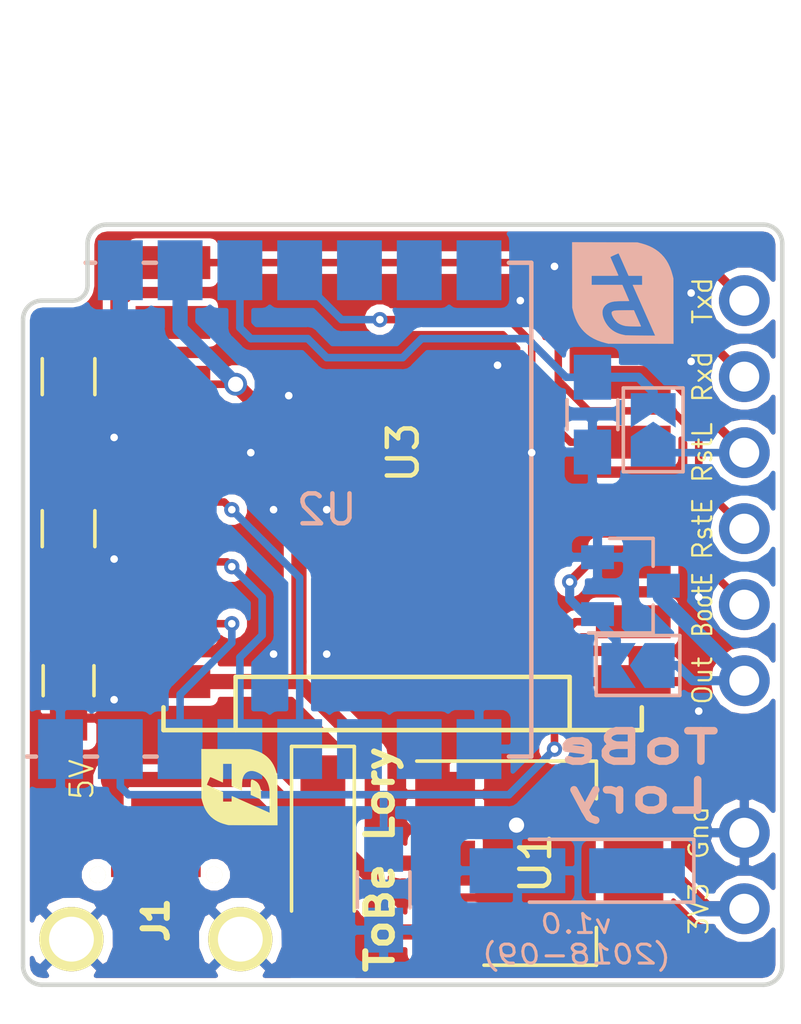
<source format=kicad_pcb>
(kicad_pcb (version 20171130) (host pcbnew 5.0.0-fee4fd1~66~ubuntu16.04.1)

  (general
    (thickness 1.6)
    (drawings 27)
    (tracks 169)
    (zones 0)
    (modules 19)
    (nets 21)
  )

  (page A4)
  (layers
    (0 F.Cu signal)
    (31 B.Cu signal)
    (32 B.Adhes user)
    (33 F.Adhes user)
    (34 B.Paste user hide)
    (35 F.Paste user hide)
    (36 B.SilkS user)
    (37 F.SilkS user)
    (38 B.Mask user hide)
    (39 F.Mask user hide)
    (40 Dwgs.User user)
    (41 Cmts.User user)
    (42 Eco1.User user hide)
    (43 Eco2.User user hide)
    (44 Edge.Cuts user)
    (45 Margin user)
    (46 B.CrtYd user hide)
    (47 F.CrtYd user hide)
    (48 B.Fab user hide)
    (49 F.Fab user hide)
  )

  (setup
    (last_trace_width 0.254)
    (user_trace_width 0.254)
    (user_trace_width 0.3048)
    (user_trace_width 0.508)
    (user_trace_width 0.762)
    (trace_clearance 0.1524)
    (zone_clearance 0.1524)
    (zone_45_only no)
    (trace_min 0.1524)
    (segment_width 0.2)
    (edge_width 0.15)
    (via_size 0.508)
    (via_drill 0.254)
    (via_min_size 0.508)
    (via_min_drill 0.254)
    (user_via 0.762 0.508)
    (uvia_size 0.3)
    (uvia_drill 0.1)
    (uvias_allowed no)
    (uvia_min_size 0.2)
    (uvia_min_drill 0.1)
    (pcb_text_width 0.3)
    (pcb_text_size 1.5 1.5)
    (mod_edge_width 0.15)
    (mod_text_size 1 1)
    (mod_text_width 0.15)
    (pad_size 1.016 1.016)
    (pad_drill 0)
    (pad_to_mask_clearance 0.0508)
    (aux_axis_origin 0 0)
    (visible_elements FFFFFF7F)
    (pcbplotparams
      (layerselection 0x010fc_ffffffff)
      (usegerberextensions false)
      (usegerberattributes false)
      (usegerberadvancedattributes false)
      (creategerberjobfile false)
      (excludeedgelayer true)
      (linewidth 0.100000)
      (plotframeref false)
      (viasonmask false)
      (mode 1)
      (useauxorigin false)
      (hpglpennumber 1)
      (hpglpenspeed 20)
      (hpglpendiameter 15.000000)
      (psnegative false)
      (psa4output false)
      (plotreference true)
      (plotvalue true)
      (plotinvisibletext false)
      (padsonsilk false)
      (subtractmaskfromsilk false)
      (outputformat 1)
      (mirror false)
      (drillshape 1)
      (scaleselection 1)
      (outputdirectory ""))
  )

  (net 0 "")
  (net 1 GND)
  (net 2 "Net-(C1-Pad1)")
  (net 3 +3V3)
  (net 4 "Net-(C3-Pad1)")
  (net 5 /ESP_RST)
  (net 6 "Net-(J1-Pad3)")
  (net 7 "Net-(J1-Pad4)")
  (net 8 "Net-(J1-Pad2)")
  (net 9 /LORA_RST)
  (net 10 /ESP_BOOT)
  (net 11 "Net-(J3-Pad2)")
  (net 12 /OUT)
  (net 13 "Net-(R1-Pad2)")
  (net 14 /SPI_SS)
  (net 15 "Net-(U2-Pad14)")
  (net 16 "Net-(U2-Pad13)")
  (net 17 "Net-(U2-Pad12)")
  (net 18 /LORA_DONE)
  (net 19 "Net-(J3-Pad6)")
  (net 20 "Net-(J3-Pad1)")

  (net_class Default "This is the default net class."
    (clearance 0.1524)
    (trace_width 0.1524)
    (via_dia 0.508)
    (via_drill 0.254)
    (uvia_dia 0.3)
    (uvia_drill 0.1)
    (add_net /ESP_BOOT)
    (add_net /ESP_RST)
    (add_net /LORA_DONE)
    (add_net /LORA_RST)
    (add_net /OUT)
    (add_net /SPI_SS)
    (add_net "Net-(C1-Pad1)")
    (add_net "Net-(C3-Pad1)")
    (add_net "Net-(J1-Pad2)")
    (add_net "Net-(J1-Pad3)")
    (add_net "Net-(J1-Pad4)")
    (add_net "Net-(J3-Pad1)")
    (add_net "Net-(J3-Pad2)")
    (add_net "Net-(J3-Pad6)")
    (add_net "Net-(R1-Pad2)")
    (add_net "Net-(U2-Pad12)")
    (add_net "Net-(U2-Pad13)")
    (add_net "Net-(U2-Pad14)")
  )

  (net_class Power ""
    (clearance 0.254)
    (trace_width 0.3048)
    (via_dia 0.762)
    (via_drill 0.508)
    (uvia_dia 0.3)
    (uvia_drill 0.1)
    (add_net +3V3)
    (add_net GND)
  )

  (module ToBe:ToBe-Logo-150 (layer B.Cu) (tedit 0) (tstamp 5BA80587)
    (at 147.066 50.546 180)
    (fp_text reference G*** (at 0 0 180) (layer B.SilkS) hide
      (effects (font (size 1.524 1.524) (thickness 0.3)) (justify mirror))
    )
    (fp_text value LOGO (at 0.75 0 180) (layer B.SilkS) hide
      (effects (font (size 1.524 1.524) (thickness 0.3)) (justify mirror))
    )
    (fp_poly (pts (xy -0.059972 -0.580553) (xy 0.016628 -0.581265) (xy 0.080493 -0.582025) (xy 0.132997 -0.582891)
      (xy 0.175514 -0.58392) (xy 0.209421 -0.585168) (xy 0.236092 -0.586694) (xy 0.256902 -0.588553)
      (xy 0.273226 -0.590802) (xy 0.28644 -0.5935) (xy 0.292805 -0.595174) (xy 0.330175 -0.608118)
      (xy 0.355339 -0.62346) (xy 0.369206 -0.643166) (xy 0.372684 -0.669205) (xy 0.366682 -0.703545)
      (xy 0.357058 -0.734349) (xy 0.32766 -0.801271) (xy 0.287312 -0.867288) (xy 0.238851 -0.928483)
      (xy 0.185111 -0.980939) (xy 0.169167 -0.993786) (xy 0.142032 -1.011786) (xy 0.106407 -1.031521)
      (xy 0.067266 -1.050496) (xy 0.02958 -1.066213) (xy 0.013909 -1.071724) (xy -0.017021 -1.081403)
      (xy -0.045526 -1.0893) (xy -0.073577 -1.095624) (xy -0.103145 -1.100584) (xy -0.136201 -1.104389)
      (xy -0.174717 -1.10725) (xy -0.220662 -1.109374) (xy -0.276009 -1.110971) (xy -0.342728 -1.112251)
      (xy -0.372215 -1.112709) (xy -0.435855 -1.113633) (xy -0.486764 -1.114271) (xy -0.526322 -1.114561)
      (xy -0.555908 -1.114441) (xy -0.5769 -1.11385) (xy -0.590678 -1.112724) (xy -0.59862 -1.111002)
      (xy -0.602107 -1.108623) (xy -0.602516 -1.105523) (xy -0.601521 -1.102397) (xy -0.597562 -1.093058)
      (xy -0.588538 -1.07229) (xy -0.575095 -1.041566) (xy -0.55788 -1.00236) (xy -0.537541 -0.956146)
      (xy -0.514725 -0.904396) (xy -0.490079 -0.848585) (xy -0.483306 -0.833263) (xy -0.370417 -0.577925)
      (xy -0.059972 -0.580553)) (layer B.SilkS) (width 0.01))
    (fp_poly (pts (xy 1.689574 -0.483305) (xy 1.663787 -0.585611) (xy 1.625052 -0.721832) (xy 1.580419 -0.846082)
      (xy 1.529452 -0.959399) (xy 1.471716 -1.062824) (xy 1.448295 -1.099173) (xy 1.371917 -1.202207)
      (xy 1.287099 -1.295463) (xy 1.193345 -1.379262) (xy 1.090157 -1.453923) (xy 0.977041 -1.519767)
      (xy 0.8535 -1.577115) (xy 0.719037 -1.626286) (xy 0.573157 -1.667602) (xy 0.564444 -1.669737)
      (xy 0.483305 -1.689465) (xy -0.605144 -1.691529) (xy -1.693593 -1.693594) (xy -1.6931 -1.426174)
      (xy -1.086187 -1.426174) (xy -0.601302 -1.423099) (xy -0.502432 -1.422423) (xy -0.416641 -1.421719)
      (xy -0.342899 -1.420962) (xy -0.280174 -1.420124) (xy -0.227434 -1.419179) (xy -0.183649 -1.4181)
      (xy -0.147786 -1.416862) (xy -0.118814 -1.415438) (xy -0.095702 -1.413801) (xy -0.077419 -1.411925)
      (xy -0.062933 -1.409783) (xy -0.059972 -1.40924) (xy 0.038156 -1.387475) (xy 0.125291 -1.361401)
      (xy 0.204177 -1.329927) (xy 0.277561 -1.291963) (xy 0.345722 -1.248159) (xy 0.411049 -1.195969)
      (xy 0.471417 -1.135608) (xy 0.525982 -1.06878) (xy 0.573899 -0.997192) (xy 0.614325 -0.92255)
      (xy 0.646416 -0.846559) (xy 0.669329 -0.770924) (xy 0.682219 -0.697351) (xy 0.684242 -0.627545)
      (xy 0.677776 -0.577007) (xy 0.657571 -0.513856) (xy 0.624932 -0.456179) (xy 0.580903 -0.405267)
      (xy 0.526528 -0.362414) (xy 0.485747 -0.339303) (xy 0.447177 -0.321714) (xy 0.408314 -0.307119)
      (xy 0.367429 -0.295272) (xy 0.322794 -0.285925) (xy 0.272681 -0.278835) (xy 0.215362 -0.273754)
      (xy 0.149109 -0.270437) (xy 0.072193 -0.268638) (xy -0.014588 -0.268111) (xy -0.072706 -0.268064)
      (xy -0.118199 -0.26786) (xy -0.152552 -0.267403) (xy -0.177252 -0.266601) (xy -0.193784 -0.265358)
      (xy -0.203634 -0.263579) (xy -0.208289 -0.261171) (xy -0.209233 -0.258038) (xy -0.208634 -0.255764)
      (xy -0.204904 -0.246729) (xy -0.1962 -0.226213) (xy -0.183152 -0.195686) (xy -0.16639 -0.156618)
      (xy -0.146546 -0.110478) (xy -0.124249 -0.058735) (xy -0.100132 -0.002858) (xy -0.093562 0.012347)
      (xy 0.016967 0.268111) (xy 1.044222 0.268111) (xy 1.044222 0.578556) (xy 0.595439 0.578556)
      (xy 0.504735 0.578572) (xy 0.427137 0.57864) (xy 0.361641 0.578787) (xy 0.307242 0.579042)
      (xy 0.262937 0.579432) (xy 0.227721 0.579985) (xy 0.200588 0.580729) (xy 0.180536 0.581692)
      (xy 0.166558 0.582902) (xy 0.157651 0.584388) (xy 0.152811 0.586175) (xy 0.151032 0.588294)
      (xy 0.15131 0.590772) (xy 0.151359 0.590903) (xy 0.155118 0.59974) (xy 0.164006 0.620121)
      (xy 0.177426 0.65069) (xy 0.19478 0.690093) (xy 0.215473 0.736977) (xy 0.238906 0.789986)
      (xy 0.264483 0.847768) (xy 0.285882 0.896056) (xy 0.312648 0.956542) (xy 0.337642 1.013248)
      (xy 0.36028 1.064834) (xy 0.37998 1.109961) (xy 0.396158 1.147288) (xy 0.40823 1.175476)
      (xy 0.415614 1.193186) (xy 0.417754 1.198912) (xy 0.413057 1.205127) (xy 0.396933 1.215431)
      (xy 0.368926 1.230063) (xy 0.328584 1.249263) (xy 0.282222 1.270258) (xy 0.241451 1.288267)
      (xy 0.205149 1.304007) (xy 0.175241 1.316666) (xy 0.153654 1.325435) (xy 0.142313 1.329502)
      (xy 0.141111 1.32966) (xy 0.13769 1.323042) (xy 0.129088 1.304656) (xy 0.115817 1.275645)
      (xy 0.098391 1.23715) (xy 0.077326 1.190315) (xy 0.053135 1.136281) (xy 0.026331 1.076191)
      (xy -0.00257 1.011188) (xy -0.028222 0.95333) (xy -0.194028 0.578894) (xy -0.42157 0.578725)
      (xy -0.649111 0.578556) (xy -0.649111 0.268111) (xy -0.333126 0.268111) (xy -0.682034 -0.516819)
      (xy -0.726859 -0.617661) (xy -0.770463 -0.71576) (xy -0.812463 -0.810247) (xy -0.852471 -0.900257)
      (xy -0.890103 -0.984922) (xy -0.924974 -1.063375) (xy -0.956697 -1.134749) (xy -0.984888 -1.198176)
      (xy -1.009162 -1.25279) (xy -1.029132 -1.297724) (xy -1.044413 -1.332111) (xy -1.05462 -1.355083)
      (xy -1.058564 -1.363962) (xy -1.086187 -1.426174) (xy -1.6931 -1.426174) (xy -1.691584 -0.605144)
      (xy -1.689574 0.483306) (xy -1.663787 0.585611) (xy -1.622378 0.729596) (xy -1.573492 0.861987)
      (xy -1.516725 0.9834) (xy -1.451676 1.09445) (xy -1.37794 1.195755) (xy -1.295115 1.287929)
      (xy -1.202797 1.371588) (xy -1.100584 1.44735) (xy -1.099173 1.448295) (xy -0.998957 1.508797)
      (xy -0.8892 1.562336) (xy -0.768879 1.609341) (xy -0.63697 1.650241) (xy -0.585611 1.663765)
      (xy -0.483306 1.689529) (xy 0.605144 1.691583) (xy 1.693594 1.693635) (xy 1.689574 -0.483305)) (layer B.SilkS) (width 0.01))
  )

  (module ToBe:ToBe-Logo-100 (layer F.Cu) (tedit 0) (tstamp 5BA7D1CE)
    (at 134.239 67.056 90)
    (fp_text reference G*** (at 0 0 90) (layer F.SilkS) hide
      (effects (font (size 1.524 1.524) (thickness 0.3)))
    )
    (fp_text value LOGO (at 0.75 0 90) (layer F.SilkS) hide
      (effects (font (size 1.524 1.524) (thickness 0.3)))
    )
    (fp_poly (pts (xy 0.000604 0.381193) (xy 0.054133 0.381795) (xy 0.098969 0.382874) (xy 0.136055 0.384492)
      (xy 0.166332 0.386709) (xy 0.190744 0.389585) (xy 0.210232 0.393182) (xy 0.225739 0.397559)
      (xy 0.232142 0.399996) (xy 0.243784 0.405799) (xy 0.248076 0.412639) (xy 0.247373 0.424849)
      (xy 0.246996 0.42732) (xy 0.241605 0.446609) (xy 0.231198 0.471737) (xy 0.217169 0.50012)
      (xy 0.200916 0.529177) (xy 0.183835 0.556325) (xy 0.167321 0.578984) (xy 0.160942 0.586483)
      (xy 0.118313 0.625991) (xy 0.067885 0.658831) (xy 0.009426 0.685127) (xy -0.057295 0.705002)
      (xy -0.063787 0.706497) (xy -0.079721 0.709447) (xy -0.09961 0.711876) (xy -0.124727 0.713862)
      (xy -0.156347 0.715482) (xy -0.195741 0.716814) (xy -0.244184 0.717935) (xy -0.255343 0.718146)
      (xy -0.407499 0.720929) (xy -0.380674 0.660766) (xy -0.370189 0.637212) (xy -0.35656 0.606538)
      (xy -0.34092 0.571302) (xy -0.324407 0.534062) (xy -0.308155 0.497377) (xy -0.305248 0.49081)
      (xy -0.256646 0.381016) (xy -0.06256 0.381008) (xy 0.000604 0.381193)) (layer F.SilkS) (width 0.01))
    (fp_poly (pts (xy 1.268687 -0.453874) (xy 1.26718 0.362479) (xy 1.24784 0.439208) (xy 1.218788 0.541374)
      (xy 1.185314 0.634561) (xy 1.147089 0.719549) (xy 1.103786 0.797118) (xy 1.086221 0.824379)
      (xy 1.028938 0.901655) (xy 0.965324 0.971597) (xy 0.895008 1.034446) (xy 0.817618 1.090442)
      (xy 0.73278 1.139825) (xy 0.640124 1.182836) (xy 0.539277 1.219714) (xy 0.429867 1.250701)
      (xy 0.423333 1.252302) (xy 0.362479 1.267098) (xy -0.453859 1.268647) (xy -1.270195 1.270195)
      (xy -1.269727 1.016627) (xy -0.862946 1.016627) (xy -0.477776 1.014545) (xy -0.394384 1.014029)
      (xy -0.32114 1.013434) (xy -0.257608 1.01275) (xy -0.203353 1.011969) (xy -0.157938 1.011081)
      (xy -0.120929 1.010079) (xy -0.09189 1.008952) (xy -0.070386 1.007692) (xy -0.05598 1.00629)
      (xy -0.053077 1.005857) (xy 0.03884 0.986203) (xy 0.123258 0.95915) (xy 0.200368 0.924575)
      (xy 0.270359 0.882351) (xy 0.333422 0.832353) (xy 0.389748 0.774455) (xy 0.439525 0.708532)
      (xy 0.467949 0.662224) (xy 0.501054 0.5962) (xy 0.524779 0.532166) (xy 0.539237 0.470588)
      (xy 0.54454 0.411929) (xy 0.540799 0.356653) (xy 0.528127 0.305226) (xy 0.506636 0.258112)
      (xy 0.476438 0.215776) (xy 0.437644 0.178681) (xy 0.390367 0.147293) (xy 0.337931 0.12327)
      (xy 0.312862 0.114298) (xy 0.289071 0.106987) (xy 0.265024 0.101142) (xy 0.239187 0.096569)
      (xy 0.210027 0.093074) (xy 0.176008 0.090461) (xy 0.135598 0.088536) (xy 0.087262 0.087105)
      (xy 0.045974 0.086259) (xy 0.000428 0.085379) (xy -0.035568 0.084515) (xy -0.063046 0.083596)
      (xy -0.08304 0.082553) (xy -0.096582 0.081314) (xy -0.104706 0.079809) (xy -0.108442 0.077969)
      (xy -0.108826 0.075723) (xy -0.106073 0.06916) (xy -0.099627 0.054089) (xy -0.090004 0.031713)
      (xy -0.077722 0.003233) (xy -0.0633 -0.03015) (xy -0.047255 -0.067234) (xy -0.0361 -0.092989)
      (xy 0.033671 -0.254) (xy 0.783166 -0.254) (xy 0.783166 -0.550334) (xy 0.470517 -0.550334)
      (xy 0.412368 -0.55041) (xy 0.358137 -0.550629) (xy 0.308678 -0.550979) (xy 0.264843 -0.551447)
      (xy 0.227484 -0.55202) (xy 0.197456 -0.552687) (xy 0.175609 -0.553433) (xy 0.162798 -0.554246)
      (xy 0.159631 -0.554951) (xy 0.162092 -0.560619) (xy 0.168406 -0.574938) (xy 0.178121 -0.596888)
      (xy 0.190786 -0.625453) (xy 0.20595 -0.659613) (xy 0.22316 -0.698351) (xy 0.241966 -0.740648)
      (xy 0.253585 -0.766768) (xy 0.275298 -0.815925) (xy 0.294439 -0.859972) (xy 0.310706 -0.898183)
      (xy 0.3238 -0.92983) (xy 0.333422 -0.954187) (xy 0.339271 -0.970526) (xy 0.341049 -0.978122)
      (xy 0.340897 -0.978521) (xy 0.334917 -0.98179) (xy 0.320555 -0.988675) (xy 0.299137 -0.99857)
      (xy 0.271986 -1.01087) (xy 0.240427 -1.02497) (xy 0.206999 -1.039731) (xy 0.16575 -1.057678)
      (xy 0.133259 -1.071411) (xy 0.108711 -1.081234) (xy 0.091293 -1.087452) (xy 0.080194 -1.090368)
      (xy 0.074598 -1.090289) (xy 0.07378 -1.089594) (xy 0.070899 -1.083601) (xy 0.064138 -1.068835)
      (xy 0.053901 -1.046198) (xy 0.040594 -1.016594) (xy 0.024622 -0.980927) (xy 0.006388 -0.940098)
      (xy -0.013702 -0.895012) (xy -0.035243 -0.846572) (xy -0.048553 -0.816596) (xy -0.166688 -0.550391)
      (xy -0.326761 -0.550363) (xy -0.486834 -0.550334) (xy -0.486834 -0.254) (xy -0.39423 -0.254)
      (xy -0.364252 -0.253822) (xy -0.33832 -0.253328) (xy -0.318126 -0.252577) (xy -0.305365 -0.251631)
      (xy -0.301625 -0.250706) (xy -0.303735 -0.245553) (xy -0.309893 -0.231309) (xy -0.319843 -0.208553)
      (xy -0.33333 -0.177863) (xy -0.350099 -0.139817) (xy -0.369893 -0.094993) (xy -0.392457 -0.04397)
      (xy -0.417535 0.012675) (xy -0.444871 0.074363) (xy -0.47421 0.140516) (xy -0.505296 0.210556)
      (xy -0.537874 0.283905) (xy -0.571687 0.359985) (xy -0.574849 0.367096) (xy -0.60891 0.443708)
      (xy -0.641861 0.517837) (xy -0.67344 0.58889) (xy -0.703381 0.656268) (xy -0.731418 0.719376)
      (xy -0.757289 0.777618) (xy -0.780726 0.830397) (xy -0.801467 0.877118) (xy -0.819246 0.917184)
      (xy -0.833799 0.949998) (xy -0.84486 0.974965) (xy -0.852165 0.991489) (xy -0.855449 0.998973)
      (xy -0.85551 0.999115) (xy -0.862946 1.016627) (xy -1.269727 1.016627) (xy -1.268688 0.453858)
      (xy -1.267181 -0.36248) (xy -1.247841 -0.439209) (xy -1.218773 -0.541612) (xy -1.185269 -0.635112)
      (xy -1.146849 -0.720622) (xy -1.103034 -0.799053) (xy -1.053343 -0.871319) (xy -0.997298 -0.938333)
      (xy -0.970929 -0.965959) (xy -0.905318 -1.026229) (xy -0.834363 -1.079879) (xy -0.757266 -1.127331)
      (xy -0.673226 -1.16901) (xy -0.581445 -1.20534) (xy -0.481123 -1.236744) (xy -0.439209 -1.247824)
      (xy -0.36248 -1.267147) (xy 0.453858 -1.268688) (xy 1.270195 -1.270227) (xy 1.268687 -0.453874)) (layer F.SilkS) (width 0.01))
  )

  (module ToBe:Ai-Thinker-Ra-01-LoRa (layer B.Cu) (tedit 5BA7FD01) (tstamp 5BA15C16)
    (at 135.255 57.785 270)
    (descr "Ai Thinker Ra-01 LoRa")
    (tags "LoRa Ra-01")
    (path /5BA0E400)
    (attr smd)
    (fp_text reference U2 (at 0 -1.905) (layer B.SilkS)
      (effects (font (size 1 1) (thickness 0.15)) (justify mirror))
    )
    (fp_text value Ra-01 (at 0 -9.75 270) (layer B.Fab)
      (effects (font (size 1 1) (thickness 0.15)) (justify mirror))
    )
    (fp_line (start -8 -8.5) (end -8 8.5) (layer B.Fab) (width 0.15))
    (fp_line (start 8 -8.5) (end -8 -8.5) (layer B.Fab) (width 0.15))
    (fp_line (start 8 8.5) (end 8 -8.5) (layer B.Fab) (width 0.15))
    (fp_line (start -8 8.5) (end 8 8.5) (layer B.Fab) (width 0.15))
    (fp_line (start 8.25 8.128) (end 8.25 7.8232) (layer B.SilkS) (width 0.15))
    (fp_line (start -8.25 5.842) (end -8.25 6.1595) (layer B.SilkS) (width 0.15))
    (fp_line (start 8.25 -8.75) (end 8.25 -8) (layer B.SilkS) (width 0.15))
    (fp_line (start -8.25 -8.75) (end 8.25 -8.75) (layer B.SilkS) (width 0.15))
    (fp_line (start -8.25 -8) (end -8.25 -8.75) (layer B.SilkS) (width 0.15))
    (fp_text user %R (at 0 -1 270) (layer B.Fab)
      (effects (font (size 1 1) (thickness 0.15)) (justify mirror))
    )
    (fp_line (start -9.25 -9) (end -9.25 9) (layer B.CrtYd) (width 0.05))
    (fp_line (start 9.25 -9) (end -9.25 -9) (layer B.CrtYd) (width 0.05))
    (fp_line (start 9.25 9) (end 9.25 -9) (layer B.CrtYd) (width 0.05))
    (fp_line (start -9.25 9) (end 9.25 9) (layer B.CrtYd) (width 0.05))
    (fp_line (start -8.25 3.81) (end -8.25 4.2164) (layer B.SilkS) (width 0.15))
    (fp_line (start 8.25 5.7785) (end 8.25 6.1849) (layer B.SilkS) (width 0.15))
    (fp_line (start 8.25 3.7846) (end 8.25 4.191) (layer B.SilkS) (width 0.15))
    (pad 2 smd rect (at 8 7 270) (size 2 1.5) (layers B.Cu B.Paste B.Mask)
      (net 1 GND))
    (pad 15 smd rect (at 8 5 270) (size 2 1.5) (layers B.Cu B.Paste B.Mask)
      (net 14 /SPI_SS))
    (pad 14 smd rect (at 8 3 270) (size 2 1.5) (layers B.Cu B.Paste B.Mask)
      (net 15 "Net-(U2-Pad14)"))
    (pad 13 smd rect (at 8 1 270) (size 2 1.5) (layers B.Cu B.Paste B.Mask)
      (net 16 "Net-(U2-Pad13)"))
    (pad 12 smd rect (at 8 -1 270) (size 2 1.5) (layers B.Cu B.Paste B.Mask)
      (net 17 "Net-(U2-Pad12)"))
    (pad 11 smd rect (at 8 -3 270) (size 2 1.5) (layers B.Cu B.Paste B.Mask))
    (pad 10 smd rect (at 8 -5 270) (size 2 1.5) (layers B.Cu B.Paste B.Mask))
    (pad 2 smd rect (at 8 -7 270) (size 2 1.5) (layers B.Cu B.Paste B.Mask)
      (net 1 GND))
    (pad 8 smd rect (at -8 -7 270) (size 2 1.5) (layers B.Cu B.Paste B.Mask))
    (pad 7 smd rect (at -8 -5 270) (size 2 1.5) (layers B.Cu B.Paste B.Mask))
    (pad 6 smd rect (at -8 -3 270) (size 2 1.5) (layers B.Cu B.Paste B.Mask))
    (pad 5 smd rect (at -8 -1 270) (size 2 1.5) (layers B.Cu B.Paste B.Mask)
      (net 18 /LORA_DONE))
    (pad 4 smd rect (at -8 1 270) (size 2 1.5) (layers B.Cu B.Paste B.Mask)
      (net 4 "Net-(C3-Pad1)"))
    (pad 3 smd rect (at -8 3 270) (size 2 1.5) (layers B.Cu B.Paste B.Mask)
      (net 3 +3V3))
    (pad 2 smd rect (at -8 5 270) (size 2 1.5) (layers B.Cu B.Paste B.Mask)
      (net 1 GND))
    (model ${KISYS3DMOD}/RF_Module.3dshapes/Ai-Thinker-Ra-01-LoRa.wrl
      (at (xyz 0 0 0))
      (scale (xyz 1 1 1))
      (rotate (xyz 0 0 0))
    )
  )

  (module TO_SOT_Packages_SMD:SOT-23 (layer B.Cu) (tedit 5BA56C59) (tstamp 5BA15CEC)
    (at 147.32 60.325)
    (descr "SOT-23, Standard")
    (tags SOT-23)
    (path /5BA41B7C)
    (attr smd)
    (fp_text reference Q1 (at 0 0) (layer B.SilkS) hide
      (effects (font (size 1 1) (thickness 0.15)) (justify mirror))
    )
    (fp_text value BSS138 (at 0 -2.5) (layer B.Fab)
      (effects (font (size 1 1) (thickness 0.15)) (justify mirror))
    )
    (fp_text user %R (at 0 0 -90) (layer B.Fab)
      (effects (font (size 0.5 0.5) (thickness 0.075)) (justify mirror))
    )
    (fp_line (start -0.7 0.95) (end -0.7 -1.5) (layer B.Fab) (width 0.1))
    (fp_line (start -0.15 1.52) (end 0.7 1.52) (layer B.Fab) (width 0.1))
    (fp_line (start -0.7 0.95) (end -0.15 1.52) (layer B.Fab) (width 0.1))
    (fp_line (start 0.7 1.52) (end 0.7 -1.52) (layer B.Fab) (width 0.1))
    (fp_line (start -0.7 -1.52) (end 0.7 -1.52) (layer B.Fab) (width 0.1))
    (fp_line (start 0.76 -1.58) (end 0.76 -0.65) (layer B.SilkS) (width 0.12))
    (fp_line (start 0.76 1.58) (end 0.76 0.65) (layer B.SilkS) (width 0.12))
    (fp_line (start -1.7 1.75) (end 1.7 1.75) (layer B.CrtYd) (width 0.05))
    (fp_line (start 1.7 1.75) (end 1.7 -1.75) (layer B.CrtYd) (width 0.05))
    (fp_line (start 1.7 -1.75) (end -1.7 -1.75) (layer B.CrtYd) (width 0.05))
    (fp_line (start -1.7 -1.75) (end -1.7 1.75) (layer B.CrtYd) (width 0.05))
    (fp_line (start 0.76 1.58) (end -1.4 1.58) (layer B.SilkS) (width 0.12))
    (fp_line (start 0.76 -1.58) (end -0.7 -1.58) (layer B.SilkS) (width 0.12))
    (pad 1 smd rect (at -1.1 0.95) (size 1.1 0.8) (layers B.Cu B.Paste B.Mask)
      (net 12 /OUT))
    (pad 2 smd rect (at -1.1 -0.95) (size 1.1 0.8) (layers B.Cu B.Paste B.Mask)
      (net 1 GND))
    (pad 3 smd rect (at 1.1 0) (size 1.1 0.8) (layers B.Cu B.Paste B.Mask)
      (net 19 "Net-(J3-Pad6)"))
    (model ${KISYS3DMOD}/TO_SOT_Packages_SMD.3dshapes/SOT-23.wrl
      (at (xyz 0 0 0))
      (scale (xyz 1 1 1))
      (rotate (xyz 0 0 0))
    )
  )

  (module ToBe:SolderJumper-2_P1.3mm_Open_TrianglePad1.0x1.5mm (layer B.Cu) (tedit 5BA56D41) (tstamp 5BA15A6F)
    (at 148.082 55.118 90)
    (descr "SMD Solder Jumper, 1x1.5mm Triangular Pads, 0.3mm gap, open")
    (tags "solder jumper open")
    (path /5BA37FB5)
    (attr virtual)
    (fp_text reference J2 (at 0 1.8 90) (layer B.SilkS) hide
      (effects (font (size 1 1) (thickness 0.15)) (justify mirror))
    )
    (fp_text value SolderJumper-2_P1.3mm_Open_TrianglePad1.0x1.5mm (at 0 -1.9 90) (layer B.Fab)
      (effects (font (size 1 1) (thickness 0.15)) (justify mirror))
    )
    (fp_line (start 1.65 -1.25) (end -1.65 -1.25) (layer B.CrtYd) (width 0.05))
    (fp_line (start 1.65 -1.25) (end 1.65 1.25) (layer B.CrtYd) (width 0.05))
    (fp_line (start -1.65 1.25) (end -1.65 -1.25) (layer B.CrtYd) (width 0.05))
    (fp_line (start -1.65 1.25) (end 1.65 1.25) (layer B.CrtYd) (width 0.05))
    (fp_line (start -1.4 1) (end 1.4 1) (layer B.SilkS) (width 0.12))
    (fp_line (start 1.4 1) (end 1.4 -1) (layer B.SilkS) (width 0.12))
    (fp_line (start 1.4 -1) (end -1.4 -1) (layer B.SilkS) (width 0.12))
    (fp_line (start -1.4 -1) (end -1.4 1) (layer B.SilkS) (width 0.12))
    (pad 1 smd custom (at -0.725 0 90) (size 0.3 0.3) (layers B.Cu B.Mask)
      (net 9 /LORA_RST) (zone_connect 0)
      (options (clearance outline) (anchor rect))
      (primitives
        (gr_poly (pts
           (xy -0.5 0.75) (xy 0.5 0.75) (xy 1 0) (xy 0.5 -0.75) (xy -0.5 -0.75)
) (width 0))
      ))
    (pad 2 smd custom (at 0.725 0 90) (size 0.3 0.3) (layers B.Cu B.Mask)
      (net 4 "Net-(C3-Pad1)") (zone_connect 0)
      (options (clearance outline) (anchor rect))
      (primitives
        (gr_poly (pts
           (xy -0.65 0.75) (xy 0.5 0.75) (xy 0.5 -0.75) (xy -0.65 -0.75) (xy -0.15 0)
) (width 0))
      ))
  )

  (module ToBe:SolderJumper-2_P1.3mm_Open_TrianglePad1.0x1.5mm (layer B.Cu) (tedit 5BA56939) (tstamp 5BA5B3CE)
    (at 147.574 62.992 180)
    (descr "SMD Solder Jumper, 1x1.5mm Triangular Pads, 0.3mm gap, open")
    (tags "solder jumper open")
    (path /5BA5D95E)
    (attr virtual)
    (fp_text reference J4 (at 0 1.8 180) (layer B.SilkS) hide
      (effects (font (size 1 1) (thickness 0.15)) (justify mirror))
    )
    (fp_text value SolderJumper-2_P1.3mm_Open_TrianglePad1.0x1.5mm (at 0 -1.9 180) (layer B.Fab)
      (effects (font (size 1 1) (thickness 0.15)) (justify mirror))
    )
    (fp_line (start 1.65 -1.25) (end -1.65 -1.25) (layer B.CrtYd) (width 0.05))
    (fp_line (start 1.65 -1.25) (end 1.65 1.25) (layer B.CrtYd) (width 0.05))
    (fp_line (start -1.65 1.25) (end -1.65 -1.25) (layer B.CrtYd) (width 0.05))
    (fp_line (start -1.65 1.25) (end 1.65 1.25) (layer B.CrtYd) (width 0.05))
    (fp_line (start -1.4 1) (end 1.4 1) (layer B.SilkS) (width 0.12))
    (fp_line (start 1.4 1) (end 1.4 -1) (layer B.SilkS) (width 0.12))
    (fp_line (start 1.4 -1) (end -1.4 -1) (layer B.SilkS) (width 0.12))
    (fp_line (start -1.4 -1) (end -1.4 1) (layer B.SilkS) (width 0.12))
    (pad 1 smd custom (at -0.725 0 180) (size 0.3 0.3) (layers B.Cu B.Mask)
      (net 19 "Net-(J3-Pad6)") (zone_connect 0)
      (options (clearance outline) (anchor rect))
      (primitives
        (gr_poly (pts
           (xy -0.5 0.75) (xy 0.5 0.75) (xy 1 0) (xy 0.5 -0.75) (xy -0.5 -0.75)
) (width 0))
      ))
    (pad 2 smd custom (at 0.725 0 180) (size 0.3 0.3) (layers B.Cu B.Mask)
      (net 12 /OUT) (zone_connect 0)
      (options (clearance outline) (anchor rect))
      (primitives
        (gr_poly (pts
           (xy -0.65 0.75) (xy 0.5 0.75) (xy 0.5 -0.75) (xy -0.65 -0.75) (xy -0.15 0)
) (width 0))
      ))
  )

  (module Resistors_SMD:R_0805_HandSoldering (layer B.Cu) (tedit 5BA55028) (tstamp 5BA159E2)
    (at 139.065 70.485 270)
    (descr "Resistor SMD 0805, hand soldering")
    (tags "resistor 0805")
    (path /5BA1653B)
    (attr smd)
    (fp_text reference R3 (at 0 0 270) (layer B.SilkS) hide
      (effects (font (size 1 1) (thickness 0.15)) (justify mirror))
    )
    (fp_text value 10k (at 0 -1.75 270) (layer B.Fab)
      (effects (font (size 1 1) (thickness 0.15)) (justify mirror))
    )
    (fp_line (start 2.35 -0.9) (end -2.35 -0.9) (layer B.CrtYd) (width 0.05))
    (fp_line (start 2.35 -0.9) (end 2.35 0.9) (layer B.CrtYd) (width 0.05))
    (fp_line (start -2.35 0.9) (end -2.35 -0.9) (layer B.CrtYd) (width 0.05))
    (fp_line (start -2.35 0.9) (end 2.35 0.9) (layer B.CrtYd) (width 0.05))
    (fp_line (start -0.6 0.88) (end 0.6 0.88) (layer B.SilkS) (width 0.12))
    (fp_line (start 0.6 -0.88) (end -0.6 -0.88) (layer B.SilkS) (width 0.12))
    (fp_line (start -1 0.62) (end 1 0.62) (layer B.Fab) (width 0.1))
    (fp_line (start 1 0.62) (end 1 -0.62) (layer B.Fab) (width 0.1))
    (fp_line (start 1 -0.62) (end -1 -0.62) (layer B.Fab) (width 0.1))
    (fp_line (start -1 -0.62) (end -1 0.62) (layer B.Fab) (width 0.1))
    (fp_text user %R (at 0 0 270) (layer B.Fab)
      (effects (font (size 0.5 0.5) (thickness 0.075)) (justify mirror))
    )
    (pad 2 smd rect (at 1.35 0 270) (size 1.5 1.3) (layers B.Cu B.Paste B.Mask)
      (net 1 GND))
    (pad 1 smd rect (at -1.35 0 270) (size 1.5 1.3) (layers B.Cu B.Paste B.Mask)
      (net 14 /SPI_SS))
    (model ${KISYS3DMOD}/Resistors_SMD.3dshapes/R_0805.wrl
      (at (xyz 0 0 0))
      (scale (xyz 1 1 1))
      (rotate (xyz 0 0 0))
    )
  )

  (module Pin_Headers:Pin_Header_Straight_1x02_Pitch2.54mm (layer B.Cu) (tedit 5BA55147) (tstamp 5BA1897F)
    (at 151.13 71.12)
    (descr "Through hole straight pin header, 1x02, 2.54mm pitch, single row")
    (tags "Through hole pin header THT 1x02 2.54mm single row")
    (path /5BA6474B)
    (fp_text reference J5 (at 0 -1.143) (layer B.SilkS) hide
      (effects (font (size 1 1) (thickness 0.15)) (justify mirror))
    )
    (fp_text value Conn_01x02 (at 0 -4.87) (layer B.Fab)
      (effects (font (size 1 1) (thickness 0.15)) (justify mirror))
    )
    (fp_text user %R (at 0 -1.27 -90) (layer B.Fab)
      (effects (font (size 1 1) (thickness 0.15)) (justify mirror))
    )
    (fp_line (start 1.8 1.8) (end -1.8 1.8) (layer B.CrtYd) (width 0.05))
    (fp_line (start 1.8 -4.35) (end 1.8 1.8) (layer B.CrtYd) (width 0.05))
    (fp_line (start -1.8 -4.35) (end 1.8 -4.35) (layer B.CrtYd) (width 0.05))
    (fp_line (start -1.8 1.8) (end -1.8 -4.35) (layer B.CrtYd) (width 0.05))
    (fp_line (start -1.27 0.635) (end -0.635 1.27) (layer B.Fab) (width 0.1))
    (fp_line (start -1.27 -3.81) (end -1.27 0.635) (layer B.Fab) (width 0.1))
    (fp_line (start 1.27 -3.81) (end -1.27 -3.81) (layer B.Fab) (width 0.1))
    (fp_line (start 1.27 1.27) (end 1.27 -3.81) (layer B.Fab) (width 0.1))
    (fp_line (start -0.635 1.27) (end 1.27 1.27) (layer B.Fab) (width 0.1))
    (pad 2 thru_hole oval (at 0 -2.54) (size 1.7 1.7) (drill 1) (layers *.Cu *.Mask)
      (net 1 GND))
    (pad 1 thru_hole circle (at 0 0) (size 1.7 1.7) (drill 1) (layers *.Cu *.Mask)
      (net 3 +3V3))
    (model ${KISYS3DMOD}/Pin_Headers.3dshapes/Pin_Header_Straight_1x02_Pitch2.54mm.wrl
      (at (xyz 0 0 0))
      (scale (xyz 1 1 1))
      (rotate (xyz 0 0 0))
    )
  )

  (module Pin_Headers:Pin_Header_Straight_1x06_Pitch2.54mm (layer B.Cu) (tedit 5BA55103) (tstamp 5BA18951)
    (at 151.13 50.8 180)
    (descr "Through hole straight pin header, 1x06, 2.54mm pitch, single row")
    (tags "Through hole pin header THT 1x06 2.54mm single row")
    (path /5BA1B119)
    (fp_text reference J3 (at 2.032 0 180) (layer B.SilkS) hide
      (effects (font (size 1 1) (thickness 0.15)) (justify mirror))
    )
    (fp_text value Conn_01x06 (at 0 -15.03 180) (layer B.Fab)
      (effects (font (size 1 1) (thickness 0.15)) (justify mirror))
    )
    (fp_text user %R (at 0 -6.35 90) (layer B.Fab)
      (effects (font (size 1 1) (thickness 0.15)) (justify mirror))
    )
    (fp_line (start 1.8 1.8) (end -1.8 1.8) (layer B.CrtYd) (width 0.05))
    (fp_line (start 1.8 -14.5) (end 1.8 1.8) (layer B.CrtYd) (width 0.05))
    (fp_line (start -1.8 -14.5) (end 1.8 -14.5) (layer B.CrtYd) (width 0.05))
    (fp_line (start -1.8 1.8) (end -1.8 -14.5) (layer B.CrtYd) (width 0.05))
    (fp_line (start -1.27 0.635) (end -0.635 1.27) (layer B.Fab) (width 0.1))
    (fp_line (start -1.27 -13.97) (end -1.27 0.635) (layer B.Fab) (width 0.1))
    (fp_line (start 1.27 -13.97) (end -1.27 -13.97) (layer B.Fab) (width 0.1))
    (fp_line (start 1.27 1.27) (end 1.27 -13.97) (layer B.Fab) (width 0.1))
    (fp_line (start -0.635 1.27) (end 1.27 1.27) (layer B.Fab) (width 0.1))
    (pad 6 thru_hole oval (at 0 -12.7 180) (size 1.7 1.7) (drill 1) (layers *.Cu *.Mask)
      (net 19 "Net-(J3-Pad6)"))
    (pad 5 thru_hole oval (at 0 -10.16 180) (size 1.7 1.7) (drill 1) (layers *.Cu *.Mask)
      (net 10 /ESP_BOOT))
    (pad 4 thru_hole oval (at 0 -7.62 180) (size 1.7 1.7) (drill 1) (layers *.Cu *.Mask)
      (net 5 /ESP_RST))
    (pad 3 thru_hole oval (at 0 -5.08 180) (size 1.7 1.7) (drill 1) (layers *.Cu *.Mask)
      (net 9 /LORA_RST))
    (pad 2 thru_hole oval (at 0 -2.54 180) (size 1.7 1.7) (drill 1) (layers *.Cu *.Mask)
      (net 11 "Net-(J3-Pad2)"))
    (pad 1 thru_hole circle (at 0 0 180) (size 1.7 1.7) (drill 1) (layers *.Cu *.Mask)
      (net 20 "Net-(J3-Pad1)"))
    (model ${KISYS3DMOD}/Pin_Headers.3dshapes/Pin_Header_Straight_1x06_Pitch2.54mm.wrl
      (at (xyz 0 0 0))
      (scale (xyz 1 1 1))
      (rotate (xyz 0 0 0))
    )
  )

  (module TO_SOT_Packages_SMD:SOT-223-3_TabPin2 (layer F.Cu) (tedit 58CE4E7E) (tstamp 5BA15A9E)
    (at 144.272 69.596)
    (descr "module CMS SOT223 4 pins")
    (tags "CMS SOT")
    (path /5BA10FEB)
    (attr smd)
    (fp_text reference U1 (at -0.127 0 90) (layer F.SilkS)
      (effects (font (size 1 1) (thickness 0.15)))
    )
    (fp_text value LM1117-3.3 (at 0 4.5) (layer F.Fab)
      (effects (font (size 1 1) (thickness 0.15)))
    )
    (fp_line (start 1.85 -3.35) (end 1.85 3.35) (layer F.Fab) (width 0.1))
    (fp_line (start -1.85 3.35) (end 1.85 3.35) (layer F.Fab) (width 0.1))
    (fp_line (start -4.1 -3.41) (end 1.91 -3.41) (layer F.SilkS) (width 0.12))
    (fp_line (start -0.85 -3.35) (end 1.85 -3.35) (layer F.Fab) (width 0.1))
    (fp_line (start -1.85 3.41) (end 1.91 3.41) (layer F.SilkS) (width 0.12))
    (fp_line (start -1.85 -2.35) (end -1.85 3.35) (layer F.Fab) (width 0.1))
    (fp_line (start -1.85 -2.35) (end -0.85 -3.35) (layer F.Fab) (width 0.1))
    (fp_line (start -4.4 -3.6) (end -4.4 3.6) (layer F.CrtYd) (width 0.05))
    (fp_line (start -4.4 3.6) (end 4.4 3.6) (layer F.CrtYd) (width 0.05))
    (fp_line (start 4.4 3.6) (end 4.4 -3.6) (layer F.CrtYd) (width 0.05))
    (fp_line (start 4.4 -3.6) (end -4.4 -3.6) (layer F.CrtYd) (width 0.05))
    (fp_line (start 1.91 -3.41) (end 1.91 -2.15) (layer F.SilkS) (width 0.12))
    (fp_line (start 1.91 3.41) (end 1.91 2.15) (layer F.SilkS) (width 0.12))
    (fp_text user %R (at 0 0 90) (layer F.Fab)
      (effects (font (size 0.8 0.8) (thickness 0.12)))
    )
    (pad 1 smd rect (at -3.15 -2.3) (size 2 1.5) (layers F.Cu F.Paste F.Mask)
      (net 1 GND))
    (pad 3 smd rect (at -3.15 2.3) (size 2 1.5) (layers F.Cu F.Paste F.Mask)
      (net 2 "Net-(C1-Pad1)"))
    (pad 2 smd rect (at -3.15 0) (size 2 1.5) (layers F.Cu F.Paste F.Mask)
      (net 3 +3V3))
    (pad 2 smd rect (at 3.15 0) (size 2 3.8) (layers F.Cu F.Paste F.Mask)
      (net 3 +3V3))
    (model ${KISYS3DMOD}/TO_SOT_Packages_SMD.3dshapes/SOT-223.wrl
      (at (xyz 0 0 0))
      (scale (xyz 1 1 1))
      (rotate (xyz 0 0 0))
    )
  )

  (module Resistors_SMD:R_0805_HandSoldering (layer F.Cu) (tedit 5BA54FD1) (tstamp 5BA15A12)
    (at 128.524 53.34 90)
    (descr "Resistor SMD 0805, hand soldering")
    (tags "resistor 0805")
    (path /5BA17E15)
    (attr smd)
    (fp_text reference R2 (at 0 0 180) (layer F.SilkS) hide
      (effects (font (size 1 1) (thickness 0.15)))
    )
    (fp_text value 10k (at 0 1.75 90) (layer F.Fab)
      (effects (font (size 1 1) (thickness 0.15)))
    )
    (fp_text user %R (at 0 0 90) (layer F.Fab)
      (effects (font (size 0.5 0.5) (thickness 0.075)))
    )
    (fp_line (start -1 0.62) (end -1 -0.62) (layer F.Fab) (width 0.1))
    (fp_line (start 1 0.62) (end -1 0.62) (layer F.Fab) (width 0.1))
    (fp_line (start 1 -0.62) (end 1 0.62) (layer F.Fab) (width 0.1))
    (fp_line (start -1 -0.62) (end 1 -0.62) (layer F.Fab) (width 0.1))
    (fp_line (start 0.6 0.88) (end -0.6 0.88) (layer F.SilkS) (width 0.12))
    (fp_line (start -0.6 -0.88) (end 0.6 -0.88) (layer F.SilkS) (width 0.12))
    (fp_line (start -2.35 -0.9) (end 2.35 -0.9) (layer F.CrtYd) (width 0.05))
    (fp_line (start -2.35 -0.9) (end -2.35 0.9) (layer F.CrtYd) (width 0.05))
    (fp_line (start 2.35 0.9) (end 2.35 -0.9) (layer F.CrtYd) (width 0.05))
    (fp_line (start 2.35 0.9) (end -2.35 0.9) (layer F.CrtYd) (width 0.05))
    (pad 1 smd rect (at -1.35 0 90) (size 1.5 1.3) (layers F.Cu F.Paste F.Mask)
      (net 3 +3V3))
    (pad 2 smd rect (at 1.35 0 90) (size 1.5 1.3) (layers F.Cu F.Paste F.Mask)
      (net 5 /ESP_RST))
    (model ${KISYS3DMOD}/Resistors_SMD.3dshapes/R_0805.wrl
      (at (xyz 0 0 0))
      (scale (xyz 1 1 1))
      (rotate (xyz 0 0 0))
    )
  )

  (module Resistors_SMD:R_0805_HandSoldering (layer F.Cu) (tedit 5BA54FD7) (tstamp 5BA15A42)
    (at 128.524 58.42 270)
    (descr "Resistor SMD 0805, hand soldering")
    (tags "resistor 0805")
    (path /5BA21207)
    (attr smd)
    (fp_text reference R1 (at 0 0 180) (layer F.SilkS) hide
      (effects (font (size 1 1) (thickness 0.15)))
    )
    (fp_text value 1k (at 0 1.75 270) (layer F.Fab)
      (effects (font (size 1 1) (thickness 0.15)))
    )
    (fp_line (start 2.35 0.9) (end -2.35 0.9) (layer F.CrtYd) (width 0.05))
    (fp_line (start 2.35 0.9) (end 2.35 -0.9) (layer F.CrtYd) (width 0.05))
    (fp_line (start -2.35 -0.9) (end -2.35 0.9) (layer F.CrtYd) (width 0.05))
    (fp_line (start -2.35 -0.9) (end 2.35 -0.9) (layer F.CrtYd) (width 0.05))
    (fp_line (start -0.6 -0.88) (end 0.6 -0.88) (layer F.SilkS) (width 0.12))
    (fp_line (start 0.6 0.88) (end -0.6 0.88) (layer F.SilkS) (width 0.12))
    (fp_line (start -1 -0.62) (end 1 -0.62) (layer F.Fab) (width 0.1))
    (fp_line (start 1 -0.62) (end 1 0.62) (layer F.Fab) (width 0.1))
    (fp_line (start 1 0.62) (end -1 0.62) (layer F.Fab) (width 0.1))
    (fp_line (start -1 0.62) (end -1 -0.62) (layer F.Fab) (width 0.1))
    (fp_text user %R (at 0 0 270) (layer F.Fab)
      (effects (font (size 0.5 0.5) (thickness 0.075)))
    )
    (pad 2 smd rect (at 1.35 0 270) (size 1.5 1.3) (layers F.Cu F.Paste F.Mask)
      (net 13 "Net-(R1-Pad2)"))
    (pad 1 smd rect (at -1.35 0 270) (size 1.5 1.3) (layers F.Cu F.Paste F.Mask)
      (net 5 /ESP_RST))
    (model ${KISYS3DMOD}/Resistors_SMD.3dshapes/R_0805.wrl
      (at (xyz 0 0 0))
      (scale (xyz 1 1 1))
      (rotate (xyz 0 0 0))
    )
  )

  (module Capacitors_SMD:C_0805_HandSoldering (layer F.Cu) (tedit 5BA54FE2) (tstamp 5BA15979)
    (at 128.524 63.5 270)
    (descr "Capacitor SMD 0805, hand soldering")
    (tags "capacitor 0805")
    (path /5BA180D5)
    (attr smd)
    (fp_text reference C4 (at 0 0) (layer F.SilkS) hide
      (effects (font (size 1 1) (thickness 0.15)))
    )
    (fp_text value 100p (at 0 1.75 270) (layer F.Fab)
      (effects (font (size 1 1) (thickness 0.15)))
    )
    (fp_line (start 2.25 0.87) (end -2.25 0.87) (layer F.CrtYd) (width 0.05))
    (fp_line (start 2.25 0.87) (end 2.25 -0.88) (layer F.CrtYd) (width 0.05))
    (fp_line (start -2.25 -0.88) (end -2.25 0.87) (layer F.CrtYd) (width 0.05))
    (fp_line (start -2.25 -0.88) (end 2.25 -0.88) (layer F.CrtYd) (width 0.05))
    (fp_line (start -0.5 0.85) (end 0.5 0.85) (layer F.SilkS) (width 0.12))
    (fp_line (start 0.5 -0.85) (end -0.5 -0.85) (layer F.SilkS) (width 0.12))
    (fp_line (start -1 -0.62) (end 1 -0.62) (layer F.Fab) (width 0.1))
    (fp_line (start 1 -0.62) (end 1 0.62) (layer F.Fab) (width 0.1))
    (fp_line (start 1 0.62) (end -1 0.62) (layer F.Fab) (width 0.1))
    (fp_line (start -1 0.62) (end -1 -0.62) (layer F.Fab) (width 0.1))
    (fp_text user %R (at 0 -1.75 270) (layer F.Fab)
      (effects (font (size 1 1) (thickness 0.15)))
    )
    (pad 2 smd rect (at 1.25 0 270) (size 1.5 1.25) (layers F.Cu F.Paste F.Mask)
      (net 1 GND))
    (pad 1 smd rect (at -1.25 0 270) (size 1.5 1.25) (layers F.Cu F.Paste F.Mask)
      (net 5 /ESP_RST))
    (model Capacitors_SMD.3dshapes/C_0805.wrl
      (at (xyz 0 0 0))
      (scale (xyz 1 1 1))
      (rotate (xyz 0 0 0))
    )
  )

  (module Capacitors_SMD:C_0805_HandSoldering (layer B.Cu) (tedit 5BA550C6) (tstamp 5BA15B08)
    (at 146.05 54.61 270)
    (descr "Capacitor SMD 0805, hand soldering")
    (tags "capacitor 0805")
    (path /5BA37E5E)
    (attr smd)
    (fp_text reference C3 (at 0 0) (layer B.SilkS) hide
      (effects (font (size 1 1) (thickness 0.15)) (justify mirror))
    )
    (fp_text value 100p (at 0 -1.75 270) (layer B.Fab)
      (effects (font (size 1 1) (thickness 0.15)) (justify mirror))
    )
    (fp_text user %R (at 0 1.75 270) (layer B.Fab)
      (effects (font (size 1 1) (thickness 0.15)) (justify mirror))
    )
    (fp_line (start -1 -0.62) (end -1 0.62) (layer B.Fab) (width 0.1))
    (fp_line (start 1 -0.62) (end -1 -0.62) (layer B.Fab) (width 0.1))
    (fp_line (start 1 0.62) (end 1 -0.62) (layer B.Fab) (width 0.1))
    (fp_line (start -1 0.62) (end 1 0.62) (layer B.Fab) (width 0.1))
    (fp_line (start 0.5 0.85) (end -0.5 0.85) (layer B.SilkS) (width 0.12))
    (fp_line (start -0.5 -0.85) (end 0.5 -0.85) (layer B.SilkS) (width 0.12))
    (fp_line (start -2.25 0.88) (end 2.25 0.88) (layer B.CrtYd) (width 0.05))
    (fp_line (start -2.25 0.88) (end -2.25 -0.87) (layer B.CrtYd) (width 0.05))
    (fp_line (start 2.25 -0.87) (end 2.25 0.88) (layer B.CrtYd) (width 0.05))
    (fp_line (start 2.25 -0.87) (end -2.25 -0.87) (layer B.CrtYd) (width 0.05))
    (pad 1 smd rect (at -1.25 0 270) (size 1.5 1.25) (layers B.Cu B.Paste B.Mask)
      (net 4 "Net-(C3-Pad1)"))
    (pad 2 smd rect (at 1.25 0 270) (size 1.5 1.25) (layers B.Cu B.Paste B.Mask)
      (net 1 GND))
    (model Capacitors_SMD.3dshapes/C_0805.wrl
      (at (xyz 0 0 0))
      (scale (xyz 1 1 1))
      (rotate (xyz 0 0 0))
    )
  )

  (module ToBe:USB-Micro-TypeB (layer F.Cu) (tedit 5B42A675) (tstamp 5BA1893E)
    (at 131.445 72.136)
    (descr "USB microB 4pads THT")
    (tags "USB microB")
    (path /5BA1127C)
    (fp_text reference J1 (at 0 -0.635 90) (layer F.SilkS)
      (effects (font (size 0.8128 0.8128) (thickness 0.2032)))
    )
    (fp_text value USB_OTG (at 0 0) (layer F.SilkS) hide
      (effects (font (size 0.6 0.6) (thickness 0.15)))
    )
    (fp_line (start 3.75 2.15) (end 3.75 1.35) (layer Dwgs.User) (width 0.2))
    (fp_line (start -3.75 2.15) (end 3.75 2.15) (layer Dwgs.User) (width 0.2))
    (fp_line (start -3.75 2.15) (end -3.75 1.35) (layer Dwgs.User) (width 0.2))
    (fp_line (start -3 1.45) (end 3 1.45) (layer Dwgs.User) (width 0.2))
    (fp_line (start -3.75 2.15) (end -4.25 2.675) (layer Dwgs.User) (width 0.2))
    (fp_line (start 3.75 2.15) (end 4.25 2.75) (layer Dwgs.User) (width 0.2))
    (fp_text user "PCB edge" (at -0.05 1.45) (layer F.SilkS) hide
      (effects (font (size 0.5 0.5) (thickness 0.125)))
    )
    (pad "" np_thru_hole circle (at -1.95 -2.15 180) (size 0.55 0.55) (drill 0.55) (layers *.Cu *.Mask F.SilkS))
    (pad "" np_thru_hole circle (at 1.95 -2.15 180) (size 0.55 0.55) (drill 0.55) (layers *.Cu *.Mask F.SilkS))
    (pad 6 thru_hole circle (at -2.825 0) (size 2.15 2.15) (drill 1.5) (layers *.Cu *.Mask F.SilkS)
      (net 1 GND))
    (pad 1 smd rect (at -1.3 -3 180) (size 0.4 1.85) (layers F.Cu F.Paste F.Mask)
      (net 2 "Net-(C1-Pad1)") (clearance 0.1))
    (pad 2 smd rect (at -0.65 -3 180) (size 0.4 1.85) (layers F.Cu F.Paste F.Mask)
      (net 8 "Net-(J1-Pad2)") (clearance 0.1))
    (pad 3 smd rect (at 0 -3 180) (size 0.4 1.85) (layers F.Cu F.Paste F.Mask)
      (net 6 "Net-(J1-Pad3)") (clearance 0.1))
    (pad 4 smd rect (at 0.65 -3 180) (size 0.4 1.85) (layers F.Cu F.Paste F.Mask)
      (net 7 "Net-(J1-Pad4)") (clearance 0.1))
    (pad 5 smd rect (at 1.3 -3 180) (size 0.4 1.85) (layers F.Cu F.Paste F.Mask)
      (net 1 GND) (clearance 0.1))
    (pad 6 thru_hole circle (at 2.825 0) (size 2.15 2.15) (drill 1.5) (layers *.Cu *.Mask F.SilkS)
      (net 1 GND))
    (model ${KIPRJMOD}/ToBe.3dshapes/Molex_Micro-B_105017-0001.wrl
      (offset (xyz 0 2.539999961853027 -0.6349999904632568))
      (scale (xyz 1 1 1))
      (rotate (xyz 0 0 0))
    )
  )

  (module Capacitors_Tantalum_SMD:CP_Tantalum_Case-A_EIA-3216-18_Hand (layer F.Cu) (tedit 5BA54F54) (tstamp 5BA159AC)
    (at 137.033 69.596 270)
    (descr "Tantalum capacitor, Case A, EIA 3216-18, 3.2x1.6x1.6mm, Hand soldering footprint")
    (tags "capacitor tantalum smd")
    (path /5BA11131)
    (attr smd)
    (fp_text reference C1 (at 0.254 -0.127) (layer F.SilkS) hide
      (effects (font (size 1 1) (thickness 0.15)))
    )
    (fp_text value 22uF (at 0 2.55 270) (layer F.Fab)
      (effects (font (size 1 1) (thickness 0.15)))
    )
    (fp_line (start -3.9 -1.05) (end -3.9 1.05) (layer F.SilkS) (width 0.12))
    (fp_line (start -3.9 1.05) (end 1.6 1.05) (layer F.SilkS) (width 0.12))
    (fp_line (start -3.9 -1.05) (end 1.6 -1.05) (layer F.SilkS) (width 0.12))
    (fp_line (start -1.12 -0.8) (end -1.12 0.8) (layer F.Fab) (width 0.1))
    (fp_line (start -1.28 -0.8) (end -1.28 0.8) (layer F.Fab) (width 0.1))
    (fp_line (start 1.6 -0.8) (end -1.6 -0.8) (layer F.Fab) (width 0.1))
    (fp_line (start 1.6 0.8) (end 1.6 -0.8) (layer F.Fab) (width 0.1))
    (fp_line (start -1.6 0.8) (end 1.6 0.8) (layer F.Fab) (width 0.1))
    (fp_line (start -1.6 -0.8) (end -1.6 0.8) (layer F.Fab) (width 0.1))
    (fp_line (start 4 -1.2) (end -4 -1.2) (layer F.CrtYd) (width 0.05))
    (fp_line (start 4 1.2) (end 4 -1.2) (layer F.CrtYd) (width 0.05))
    (fp_line (start -4 1.2) (end 4 1.2) (layer F.CrtYd) (width 0.05))
    (fp_line (start -4 -1.2) (end -4 1.2) (layer F.CrtYd) (width 0.05))
    (fp_text user %R (at 0 0 270) (layer F.Fab)
      (effects (font (size 0.7 0.7) (thickness 0.105)))
    )
    (pad 2 smd rect (at 2 0 270) (size 3.2 1.5) (layers F.Cu F.Paste F.Mask)
      (net 1 GND))
    (pad 1 smd rect (at -2 0 270) (size 3.2 1.5) (layers F.Cu F.Paste F.Mask)
      (net 2 "Net-(C1-Pad1)"))
    (model Capacitors_Tantalum_SMD.3dshapes/CP_Tantalum_Case-A_EIA-3216-18.wrl
      (at (xyz 0 0 0))
      (scale (xyz 1 1 1))
      (rotate (xyz 0 0 0))
    )
  )

  (module Capacitors_Tantalum_SMD:CP_Tantalum_Case-A_EIA-3216-18_Hand (layer B.Cu) (tedit 5BA55016) (tstamp 5BA15943)
    (at 145.542 69.85 180)
    (descr "Tantalum capacitor, Case A, EIA 3216-18, 3.2x1.6x1.6mm, Hand soldering footprint")
    (tags "capacitor tantalum smd")
    (path /5BA11184)
    (attr smd)
    (fp_text reference C2 (at 0 0 180) (layer B.SilkS) hide
      (effects (font (size 1 1) (thickness 0.15)) (justify mirror))
    )
    (fp_text value 22uF (at 0 -2.55 180) (layer B.Fab)
      (effects (font (size 1 1) (thickness 0.15)) (justify mirror))
    )
    (fp_text user %R (at 0 0 180) (layer B.Fab)
      (effects (font (size 0.7 0.7) (thickness 0.105)) (justify mirror))
    )
    (fp_line (start -4 1.2) (end -4 -1.2) (layer B.CrtYd) (width 0.05))
    (fp_line (start -4 -1.2) (end 4 -1.2) (layer B.CrtYd) (width 0.05))
    (fp_line (start 4 -1.2) (end 4 1.2) (layer B.CrtYd) (width 0.05))
    (fp_line (start 4 1.2) (end -4 1.2) (layer B.CrtYd) (width 0.05))
    (fp_line (start -1.6 0.8) (end -1.6 -0.8) (layer B.Fab) (width 0.1))
    (fp_line (start -1.6 -0.8) (end 1.6 -0.8) (layer B.Fab) (width 0.1))
    (fp_line (start 1.6 -0.8) (end 1.6 0.8) (layer B.Fab) (width 0.1))
    (fp_line (start 1.6 0.8) (end -1.6 0.8) (layer B.Fab) (width 0.1))
    (fp_line (start -1.28 0.8) (end -1.28 -0.8) (layer B.Fab) (width 0.1))
    (fp_line (start -1.12 0.8) (end -1.12 -0.8) (layer B.Fab) (width 0.1))
    (fp_line (start -3.9 1.05) (end 1.6 1.05) (layer B.SilkS) (width 0.12))
    (fp_line (start -3.9 -1.05) (end 1.6 -1.05) (layer B.SilkS) (width 0.12))
    (fp_line (start -3.9 1.05) (end -3.9 -1.05) (layer B.SilkS) (width 0.12))
    (pad 1 smd rect (at -2 0 180) (size 3.2 1.5) (layers B.Cu B.Paste B.Mask)
      (net 3 +3V3))
    (pad 2 smd rect (at 2 0 180) (size 3.2 1.5) (layers B.Cu B.Paste B.Mask)
      (net 1 GND))
    (model Capacitors_Tantalum_SMD.3dshapes/CP_Tantalum_Case-A_EIA-3216-18.wrl
      (at (xyz 0 0 0))
      (scale (xyz 1 1 1))
      (rotate (xyz 0 0 0))
    )
  )

  (module ToBe:ESP-12E_SMD_16Pads (layer F.Cu) (tedit 5BA54F5C) (tstamp 5BA15C84)
    (at 132.715 49.53)
    (descr "Module, ESP-8266, ESP-12, 16 pad, SMD")
    (tags "Module ESP-8266 ESP8266")
    (path /5BA0DB57)
    (fp_text reference U3 (at 7 6.35 90) (layer F.SilkS)
      (effects (font (size 1 1) (thickness 0.15)))
    )
    (fp_text value ESP-12 (at 7 4.318 180) (layer F.Fab)
      (effects (font (size 1 1) (thickness 0.15)))
    )
    (fp_line (start 1.397 15.621) (end 1.397 13.843) (layer F.SilkS) (width 0.15))
    (fp_line (start 1.397 13.843) (end 12.573 13.843) (layer F.SilkS) (width 0.15))
    (fp_line (start 12.573 13.843) (end 12.573 15.621) (layer F.SilkS) (width 0.15))
    (fp_line (start -2.25 -0.5) (end -2.25 -8.75) (layer F.CrtYd) (width 0.05))
    (fp_line (start -2.25 -8.75) (end 15.25 -8.75) (layer F.CrtYd) (width 0.05))
    (fp_line (start 15.25 -8.75) (end 16.25 -8.75) (layer F.CrtYd) (width 0.05))
    (fp_line (start 16.25 -8.75) (end 16.25 16) (layer F.CrtYd) (width 0.05))
    (fp_line (start 16.25 16) (end -2.25 16) (layer F.CrtYd) (width 0.05))
    (fp_line (start -2.25 16) (end -2.25 -0.5) (layer F.CrtYd) (width 0.05))
    (fp_line (start -1.016 -8.382) (end 14.986 -8.382) (layer F.CrtYd) (width 0.1524))
    (fp_line (start 14.986 -8.382) (end 14.986 -0.889) (layer F.CrtYd) (width 0.1524))
    (fp_line (start -1.016 -8.382) (end -1.016 -1.016) (layer F.CrtYd) (width 0.1524))
    (fp_line (start -1.016 14.859) (end -1.016 15.621) (layer F.SilkS) (width 0.1524))
    (fp_line (start -1.016 15.621) (end 14.986 15.621) (layer F.SilkS) (width 0.1524))
    (fp_line (start 14.986 15.621) (end 14.986 14.859) (layer F.SilkS) (width 0.1524))
    (fp_line (start 14.992 -8.4) (end -1.008 -2.6) (layer F.CrtYd) (width 0.1524))
    (fp_line (start -1.008 -8.4) (end 14.992 -2.6) (layer F.CrtYd) (width 0.1524))
    (fp_text user "No Copper" (at 6.892 -5.4) (layer F.CrtYd)
      (effects (font (size 1 1) (thickness 0.15)))
    )
    (fp_line (start -1.008 -2.6) (end 14.992 -2.6) (layer F.CrtYd) (width 0.1524))
    (fp_line (start 15 -8.4) (end 15 15.6) (layer F.Fab) (width 0.05))
    (fp_line (start 14.992 15.6) (end -1.008 15.6) (layer F.Fab) (width 0.05))
    (fp_line (start -1.008 15.6) (end -1.008 -8.4) (layer F.Fab) (width 0.05))
    (fp_line (start -1.008 -8.4) (end 14.992 -8.4) (layer F.Fab) (width 0.05))
    (pad 1 smd rect (at 0 0) (size 2.5 1.1) (drill (offset -0.7 0)) (layers F.Cu F.Paste F.Mask)
      (net 5 /ESP_RST))
    (pad 2 smd rect (at 0 2) (size 2.5 1.1) (drill (offset -0.7 0)) (layers F.Cu F.Paste F.Mask))
    (pad 3 smd rect (at 0 4) (size 2.5 1.1) (drill (offset -0.7 0)) (layers F.Cu F.Paste F.Mask)
      (net 3 +3V3))
    (pad 4 smd rect (at 0 6) (size 2.5 1.1) (drill (offset -0.7 0)) (layers F.Cu F.Paste F.Mask)
      (net 13 "Net-(R1-Pad2)"))
    (pad 5 smd rect (at 0 8) (size 2.5 1.1) (drill (offset -0.7 0)) (layers F.Cu F.Paste F.Mask)
      (net 17 "Net-(U2-Pad12)"))
    (pad 6 smd rect (at 0 10) (size 2.5 1.1) (drill (offset -0.7 0)) (layers F.Cu F.Paste F.Mask)
      (net 16 "Net-(U2-Pad13)"))
    (pad 7 smd rect (at 0 12) (size 2.5 1.1) (drill (offset -0.7 0)) (layers F.Cu F.Paste F.Mask)
      (net 15 "Net-(U2-Pad14)"))
    (pad 8 smd rect (at 0 14) (size 2.5 1.1) (drill (offset -0.7 0)) (layers F.Cu F.Paste F.Mask)
      (net 3 +3V3))
    (pad 9 smd rect (at 14 14) (size 2.5 1.1) (drill (offset 0.7 0)) (layers F.Cu F.Paste F.Mask)
      (net 1 GND))
    (pad 10 smd rect (at 14 12) (size 2.5 1.1) (drill (offset 0.7 0)) (layers F.Cu F.Paste F.Mask)
      (net 14 /SPI_SS))
    (pad 11 smd rect (at 14 10) (size 2.5 1.1) (drill (offset 0.7 0)) (layers F.Cu F.Paste F.Mask)
      (net 12 /OUT))
    (pad 12 smd rect (at 14 8) (size 2.5 1.1) (drill (offset 0.7 0)) (layers F.Cu F.Paste F.Mask)
      (net 10 /ESP_BOOT))
    (pad 13 smd rect (at 14 6) (size 2.5 1.1) (drill (offset 0.7 0)) (layers F.Cu F.Paste F.Mask)
      (net 18 /LORA_DONE))
    (pad 14 smd rect (at 14 4) (size 2.5 1.1) (drill (offset 0.7 0)) (layers F.Cu F.Paste F.Mask)
      (net 9 /LORA_RST))
    (pad 15 smd rect (at 14 2) (size 2.5 1.1) (drill (offset 0.7 0)) (layers F.Cu F.Paste F.Mask)
      (net 11 "Net-(J3-Pad2)"))
    (pad 16 smd rect (at 14 0) (size 2.5 1.1) (drill (offset 0.7 0)) (layers F.Cu F.Paste F.Mask)
      (net 20 "Net-(J3-Pad1)"))
    (model ${KIPRJMOD}/ToBe.3dshapes/ESP-12E.wrl
      (at (xyz 0 0 0))
      (scale (xyz 1 1 1))
      (rotate (xyz 0 0 0))
    )
  )

  (module Measurement_Points:Measurement_Point_Round-SMD-Pad_Small (layer F.Cu) (tedit 5BA55E59) (tstamp 5BA58CE3)
    (at 130.1115 66.802)
    (descr "Mesurement Point, Round, SMD Pad, DM 1.5mm,")
    (tags "Mesurement Point Round SMD Pad 1.5mm")
    (attr virtual)
    (fp_text reference 5V (at -1.143 0 90) (layer F.SilkS)
      (effects (font (size 0.762 0.762) (thickness 0.0762)))
    )
    (fp_text value Measurement_Point_Round-SMD-Pad_Small (at 0 2) (layer F.Fab)
      (effects (font (size 1 1) (thickness 0.15)))
    )
    (fp_circle (center 0 0) (end 1 0) (layer F.CrtYd) (width 0.05))
    (pad 1 smd circle (at 0 0) (size 1.016 1.016) (layers F.Cu F.Mask)
      (net 2 "Net-(C1-Pad1)"))
  )

  (gr_text Txd (at 149.733 50.8 90) (layer F.SilkS) (tstamp 5BA7DD66)
    (effects (font (size 0.635 0.635) (thickness 0.0762)))
  )
  (gr_text Rxd (at 149.733 53.34 90) (layer F.SilkS) (tstamp 5BA7DCD6)
    (effects (font (size 0.635 0.635) (thickness 0.0762)))
  )
  (gr_text RstL (at 149.733 55.88 90) (layer F.SilkS) (tstamp 5BA7DC74)
    (effects (font (size 0.635 0.635) (thickness 0.0762)))
  )
  (gr_text RstE (at 149.733 58.42 90) (layer F.SilkS) (tstamp 5BA7DA32)
    (effects (font (size 0.635 0.635) (thickness 0.0762)))
  )
  (gr_text BootE (at 149.733 60.96 90) (layer F.SilkS) (tstamp 5BA7D9A1)
    (effects (font (size 0.635 0.508) (thickness 0.0762)))
  )
  (gr_text Out (at 149.733 63.5 90) (layer F.SilkS) (tstamp 5BA7D881)
    (effects (font (size 0.635 0.635) (thickness 0.0762)))
  )
  (gr_text Gnd (at 149.606 68.58 90) (layer F.SilkS) (tstamp 5BA7D785)
    (effects (font (size 0.635 0.635) (thickness 0.0762)))
  )
  (gr_text 3V3 (at 149.606 71.12 90) (layer F.SilkS) (tstamp 5BA7D429)
    (effects (font (size 0.635 0.635) (thickness 0.0762)))
  )
  (gr_text "v1.0\n(2018-09)" (at 145.542 72.136) (layer B.SilkS) (tstamp 5BA59ED7)
    (effects (font (size 0.635 0.762) (thickness 0.1016) italic) (justify mirror))
  )
  (gr_text "ToBe\nLory" (at 147.574 66.548) (layer B.SilkS) (tstamp 5BA599B7)
    (effects (font (size 1.016 1.524) (thickness 0.254)) (justify mirror))
  )
  (gr_text "ToBe Lory" (at 138.938 69.469 90) (layer F.SilkS)
    (effects (font (size 0.889 1.016) (thickness 0.2032)))
  )
  (gr_arc (start 127.635 73.025) (end 127 73.025) (angle -90) (layer Edge.Cuts) (width 0.15))
  (gr_arc (start 151.765 73.025) (end 151.765 73.66) (angle -90) (layer Edge.Cuts) (width 0.15))
  (gr_arc (start 151.765 48.895) (end 152.4 48.895) (angle -90) (layer Edge.Cuts) (width 0.15))
  (gr_arc (start 128.651 50.292) (end 128.651 50.8) (angle -90) (layer Edge.Cuts) (width 0.15))
  (dimension 25.4 (width 0.3) (layer F.Fab)
    (gr_text "1,0000 in" (at 139.7 78.807916) (layer F.Fab)
      (effects (font (size 1.5 1.5) (thickness 0.3)))
    )
    (feature1 (pts (xy 152.4 75.437916) (xy 152.4 77.294337)))
    (feature2 (pts (xy 127 75.437916) (xy 127 77.294337)))
    (crossbar (pts (xy 127 76.707916) (xy 152.4 76.707916)))
    (arrow1a (pts (xy 152.4 76.707916) (xy 151.273496 77.294337)))
    (arrow1b (pts (xy 152.4 76.707916) (xy 151.273496 76.121495)))
    (arrow2a (pts (xy 127 76.707916) (xy 128.126504 77.294337)))
    (arrow2b (pts (xy 127 76.707916) (xy 128.126504 76.121495)))
  )
  (dimension 25.4 (width 0.3) (layer F.Fab)
    (gr_text "1,0000 in" (at 156.732327 60.96 270) (layer F.Fab)
      (effects (font (size 1.5 1.5) (thickness 0.3)))
    )
    (feature1 (pts (xy 153.362327 73.66) (xy 155.218748 73.66)))
    (feature2 (pts (xy 153.362327 48.26) (xy 155.218748 48.26)))
    (crossbar (pts (xy 154.632327 48.26) (xy 154.632327 73.66)))
    (arrow1a (pts (xy 154.632327 73.66) (xy 154.045906 72.533496)))
    (arrow1b (pts (xy 154.632327 73.66) (xy 155.218748 72.533496)))
    (arrow2a (pts (xy 154.632327 48.26) (xy 154.045906 49.386504)))
    (arrow2b (pts (xy 154.632327 48.26) (xy 155.218748 49.386504)))
  )
  (dimension 26.67 (width 0.3) (layer F.Fab)
    (gr_text "1,0500 in" (at 140.335 83.38) (layer F.Fab)
      (effects (font (size 1.5 1.5) (thickness 0.3)))
    )
    (feature1 (pts (xy 153.67 78.74) (xy 153.67 81.866421)))
    (feature2 (pts (xy 127 78.74) (xy 127 81.866421)))
    (crossbar (pts (xy 127 81.28) (xy 153.67 81.28)))
    (arrow1a (pts (xy 153.67 81.28) (xy 152.543496 81.866421)))
    (arrow1b (pts (xy 153.67 81.28) (xy 152.543496 80.693579)))
    (arrow2a (pts (xy 127 81.28) (xy 128.126504 81.866421)))
    (arrow2b (pts (xy 127 81.28) (xy 128.126504 80.693579)))
  )
  (dimension 27.94 (width 0.3) (layer F.Fab)
    (gr_text "1,1000 in" (at 119.82 62.23 90) (layer F.Fab)
      (effects (font (size 1.5 1.5) (thickness 0.3)))
    )
    (feature1 (pts (xy 124.46 48.26) (xy 121.333579 48.26)))
    (feature2 (pts (xy 124.46 76.2) (xy 121.333579 76.2)))
    (crossbar (pts (xy 121.92 76.2) (xy 121.92 48.26)))
    (arrow1a (pts (xy 121.92 48.26) (xy 122.506421 49.386504)))
    (arrow1b (pts (xy 121.92 48.26) (xy 121.333579 49.386504)))
    (arrow2a (pts (xy 121.92 76.2) (xy 122.506421 75.073496)))
    (arrow2b (pts (xy 121.92 76.2) (xy 121.333579 75.073496)))
  )
  (gr_arc (start 127.635 51.435) (end 127.635 50.8) (angle -90) (layer Edge.Cuts) (width 0.15))
  (gr_arc (start 129.794 48.895) (end 129.794 48.26) (angle -90) (layer Edge.Cuts) (width 0.15))
  (gr_line (start 129.159 50.292) (end 129.159 48.895) (layer Edge.Cuts) (width 0.15))
  (gr_line (start 127.635 50.8) (end 128.651 50.8) (layer Edge.Cuts) (width 0.15))
  (gr_line (start 151.765 73.66) (end 127.635 73.66) (layer Edge.Cuts) (width 0.15))
  (gr_line (start 152.4 48.895) (end 152.4 73.025) (layer Edge.Cuts) (width 0.15))
  (gr_line (start 129.794 48.26) (end 151.765 48.26) (layer Edge.Cuts) (width 0.15))
  (gr_line (start 127 73.025) (end 127 51.435) (layer Edge.Cuts) (width 0.15))

  (segment (start 137.636 71.596) (end 137.668 71.596) (width 0.25) (layer F.Cu) (net 1))
  (via (at 143.637 50.8) (size 0.508) (drill 0.254) (layers F.Cu B.Cu) (net 1))
  (via (at 135.382 57.785) (size 0.508) (drill 0.254) (layers F.Cu B.Cu) (net 1))
  (via (at 134.62 55.88) (size 0.508) (drill 0.254) (layers F.Cu B.Cu) (net 1))
  (via (at 135.89 53.975) (size 0.508) (drill 0.254) (layers F.Cu B.Cu) (net 1))
  (via (at 137.16 57.785) (size 0.508) (drill 0.254) (layers F.Cu B.Cu) (net 1))
  (via (at 130.048 59.436) (size 0.508) (drill 0.254) (layers F.Cu B.Cu) (net 1))
  (via (at 144.78 49.657) (size 0.508) (drill 0.254) (layers F.Cu B.Cu) (net 1))
  (via (at 142.875 52.959) (size 0.508) (drill 0.254) (layers F.Cu B.Cu) (net 1))
  (via (at 137.16 62.611) (size 0.508) (drill 0.254) (layers F.Cu B.Cu) (net 1))
  (via (at 143.51 68.326) (size 0.762) (drill 0.508) (layers F.Cu B.Cu) (net 1))
  (via (at 149.606 60.706) (size 0.508) (drill 0.254) (layers F.Cu B.Cu) (net 1))
  (via (at 149.606 64.516) (size 0.508) (drill 0.254) (layers F.Cu B.Cu) (net 1))
  (via (at 144.018 55.88) (size 0.508) (drill 0.254) (layers F.Cu B.Cu) (net 1))
  (via (at 149.352 52.832) (size 0.508) (drill 0.254) (layers F.Cu B.Cu) (net 1))
  (via (at 149.352 50.546) (size 0.508) (drill 0.254) (layers F.Cu B.Cu) (net 1))
  (via (at 130.048 55.372) (size 0.508) (drill 0.254) (layers F.Cu B.Cu) (net 1))
  (segment (start 130.255 51.293) (end 130.556 51.594) (width 0.508) (layer B.Cu) (net 1))
  (segment (start 130.255 49.785) (end 130.255 51.293) (width 0.508) (layer B.Cu) (net 1))
  (segment (start 130.556 51.594) (end 130.556 52.07) (width 0.508) (layer B.Cu) (net 1))
  (via (at 135.382 62.611) (size 0.508) (drill 0.254) (layers F.Cu B.Cu) (net 1))
  (via (at 130.048 64.135) (size 0.508) (drill 0.254) (layers F.Cu B.Cu) (net 1))
  (segment (start 135.775 67.596) (end 134.981 66.802) (width 0.508) (layer F.Cu) (net 2))
  (segment (start 137.033 67.596) (end 135.775 67.596) (width 0.508) (layer F.Cu) (net 2))
  (segment (start 134.981 66.802) (end 130.175 66.802) (width 0.508) (layer F.Cu) (net 2))
  (segment (start 130.1115 66.802) (end 130.1115 68.199) (width 0.508) (layer F.Cu) (net 2))
  (segment (start 130.145 68.2325) (end 130.1115 68.199) (width 0.254) (layer F.Cu) (net 2))
  (segment (start 130.145 69.136) (end 130.145 68.2325) (width 0.254) (layer F.Cu) (net 2))
  (segment (start 137.033 68.446) (end 137.033 67.596) (width 0.508) (layer F.Cu) (net 2))
  (segment (start 141.122 71.896) (end 139.614 71.896) (width 0.508) (layer F.Cu) (net 2))
  (segment (start 138.684 70.966) (end 138.684 70.097) (width 0.508) (layer F.Cu) (net 2))
  (segment (start 139.614 71.896) (end 138.684 70.966) (width 0.508) (layer F.Cu) (net 2))
  (segment (start 138.684 70.097) (end 137.033 68.446) (width 0.508) (layer F.Cu) (net 2))
  (segment (start 132.715 53.53) (end 130.366 53.53) (width 0.254) (layer F.Cu) (net 3))
  (segment (start 130.366 53.53) (end 129.286 54.61) (width 0.254) (layer F.Cu) (net 3))
  (segment (start 128.604 54.61) (end 128.524 54.69) (width 0.254) (layer F.Cu) (net 3))
  (segment (start 129.286 54.61) (end 128.604 54.61) (width 0.254) (layer F.Cu) (net 3))
  (segment (start 148.336 69.596) (end 147.422 69.596) (width 0.508) (layer F.Cu) (net 3))
  (segment (start 149.86 71.12) (end 148.336 69.596) (width 0.508) (layer F.Cu) (net 3))
  (segment (start 151.13 71.12) (end 149.86 71.12) (width 0.508) (layer F.Cu) (net 3))
  (segment (start 141.122 69.596) (end 139.614 69.596) (width 0.508) (layer F.Cu) (net 3))
  (via (at 134.112 53.594) (size 0.762) (drill 0.508) (layers F.Cu B.Cu) (net 3))
  (segment (start 136.231402 55.713402) (end 134.112 53.594) (width 0.508) (layer F.Cu) (net 3))
  (segment (start 132.779 53.594) (end 132.715 53.53) (width 0.508) (layer F.Cu) (net 3))
  (segment (start 134.112 53.594) (end 132.779 53.594) (width 0.254) (layer F.Cu) (net 3))
  (segment (start 132.255 51.737) (end 132.255 49.785) (width 0.508) (layer B.Cu) (net 3))
  (segment (start 134.112 53.594) (end 132.255 51.737) (width 0.508) (layer B.Cu) (net 3))
  (segment (start 148.392 69.85) (end 147.542 69.85) (width 0.508) (layer B.Cu) (net 3))
  (segment (start 149.662 71.12) (end 148.392 69.85) (width 0.508) (layer B.Cu) (net 3))
  (segment (start 151.13 71.12) (end 149.662 71.12) (width 0.508) (layer B.Cu) (net 3))
  (segment (start 138.684 68.666) (end 138.684 65.982598) (width 0.508) (layer F.Cu) (net 3))
  (segment (start 139.614 69.596) (end 138.684 68.666) (width 0.508) (layer F.Cu) (net 3))
  (segment (start 136.231402 63.53) (end 136.231402 62.865) (width 0.508) (layer F.Cu) (net 3))
  (segment (start 136.231402 62.865) (end 136.231402 55.713402) (width 0.508) (layer F.Cu) (net 3))
  (segment (start 136.231402 63.53) (end 138.684 65.982598) (width 0.508) (layer F.Cu) (net 3))
  (segment (start 132.715 63.53) (end 136.231402 63.53) (width 0.508) (layer F.Cu) (net 3))
  (segment (start 134.255 51.705) (end 134.255 49.785) (width 0.254) (layer B.Cu) (net 4))
  (segment (start 134.62 52.07) (end 134.255 51.705) (width 0.254) (layer B.Cu) (net 4))
  (segment (start 136.525 52.07) (end 134.62 52.07) (width 0.254) (layer B.Cu) (net 4))
  (segment (start 146.05 53.36) (end 145.171 53.36) (width 0.254) (layer B.Cu) (net 4))
  (segment (start 139.7 52.705) (end 137.16 52.705) (width 0.254) (layer B.Cu) (net 4))
  (segment (start 145.171 53.36) (end 143.881 52.07) (width 0.254) (layer B.Cu) (net 4))
  (segment (start 137.16 52.705) (end 136.525 52.07) (width 0.254) (layer B.Cu) (net 4))
  (segment (start 143.881 52.07) (end 140.335 52.07) (width 0.254) (layer B.Cu) (net 4))
  (segment (start 140.335 52.07) (end 139.7 52.705) (width 0.254) (layer B.Cu) (net 4))
  (segment (start 146.05 53.36) (end 147.594 53.36) (width 0.3048) (layer B.Cu) (net 4))
  (segment (start 147.594 53.36) (end 148.082 53.848) (width 0.3048) (layer B.Cu) (net 4))
  (segment (start 148.082 53.848) (end 148.082 54.393) (width 0.3048) (layer B.Cu) (net 4))
  (segment (start 143.51 49.53) (end 132.715 49.53) (width 0.25) (layer F.Cu) (net 5))
  (segment (start 144.907 50.927) (end 143.51 49.53) (width 0.25) (layer F.Cu) (net 5))
  (segment (start 144.907 51.308) (end 144.907 50.927) (width 0.25) (layer F.Cu) (net 5))
  (segment (start 144.907 51.308) (end 144.907 53.467) (width 0.25) (layer F.Cu) (net 5))
  (segment (start 144.907 53.467) (end 145.923 54.483) (width 0.25) (layer F.Cu) (net 5))
  (segment (start 148.082 54.483) (end 148.753002 54.483) (width 0.25) (layer F.Cu) (net 5))
  (segment (start 149.606 55.372) (end 148.717 54.483) (width 0.254) (layer F.Cu) (net 5))
  (segment (start 148.717 54.483) (end 147.574 54.483) (width 0.254) (layer F.Cu) (net 5))
  (segment (start 145.923 54.483) (end 147.574 54.483) (width 0.25) (layer F.Cu) (net 5))
  (segment (start 147.574 54.483) (end 148.082 54.483) (width 0.25) (layer F.Cu) (net 5))
  (segment (start 151.13 58.42) (end 149.606 56.896) (width 0.254) (layer F.Cu) (net 5))
  (segment (start 149.606 56.896) (end 149.606 55.372) (width 0.254) (layer F.Cu) (net 5))
  (segment (start 132.715 49.53) (end 130.884 49.53) (width 0.254) (layer F.Cu) (net 5))
  (segment (start 129.428 51.99) (end 128.524 51.99) (width 0.254) (layer F.Cu) (net 5))
  (segment (start 130.048 50.366) (end 130.048 51.37) (width 0.254) (layer F.Cu) (net 5))
  (segment (start 130.884 49.53) (end 130.048 50.366) (width 0.254) (layer F.Cu) (net 5))
  (segment (start 130.048 51.37) (end 129.428 51.99) (width 0.254) (layer F.Cu) (net 5))
  (segment (start 127.645 62.25) (end 128.524 62.25) (width 0.254) (layer F.Cu) (net 5))
  (segment (start 128.524 51.99) (end 127.715 51.99) (width 0.254) (layer F.Cu) (net 5))
  (segment (start 127.715 51.99) (end 127.492999 52.212001) (width 0.254) (layer F.Cu) (net 5))
  (segment (start 127.492999 62.097999) (end 127.645 62.25) (width 0.254) (layer F.Cu) (net 5))
  (segment (start 127.572999 57.07) (end 127.492999 57.15) (width 0.254) (layer F.Cu) (net 5))
  (segment (start 128.524 57.07) (end 127.572999 57.07) (width 0.254) (layer F.Cu) (net 5))
  (segment (start 127.492999 57.15) (end 127.492999 62.097999) (width 0.254) (layer F.Cu) (net 5))
  (segment (start 127.492999 52.212001) (end 127.492999 57.15) (width 0.254) (layer F.Cu) (net 5))
  (segment (start 148.78 53.53) (end 146.715 53.53) (width 0.3048) (layer F.Cu) (net 9))
  (segment (start 151.13 55.88) (end 148.78 53.53) (width 0.3048) (layer F.Cu) (net 9))
  (segment (start 147.96 55.88) (end 147.955 55.885) (width 0.254) (layer B.Cu) (net 9))
  (segment (start 151.13 55.88) (end 147.96 55.88) (width 0.254) (layer B.Cu) (net 9))
  (segment (start 148.716 57.53) (end 146.715 57.53) (width 0.254) (layer F.Cu) (net 10))
  (segment (start 149.606 58.42) (end 148.716 57.53) (width 0.254) (layer F.Cu) (net 10))
  (segment (start 149.606 59.436) (end 149.606 58.42) (width 0.254) (layer F.Cu) (net 10))
  (segment (start 151.13 60.96) (end 149.606 59.436) (width 0.254) (layer F.Cu) (net 10))
  (segment (start 149.32 51.53) (end 146.715 51.53) (width 0.3048) (layer F.Cu) (net 11))
  (segment (start 151.13 53.34) (end 149.32 51.53) (width 0.3048) (layer F.Cu) (net 11))
  (segment (start 146.849 62.142) (end 146.429 61.722) (width 0.3048) (layer B.Cu) (net 12))
  (segment (start 146.849 62.992) (end 146.849 62.142) (width 0.3048) (layer B.Cu) (net 12))
  (segment (start 146.429 61.384) (end 146.32 61.275) (width 0.3048) (layer B.Cu) (net 12))
  (segment (start 146.22 61.513) (end 146.429 61.722) (width 0.3048) (layer B.Cu) (net 12))
  (segment (start 146.22 61.275) (end 146.22 61.513) (width 0.3048) (layer B.Cu) (net 12))
  (segment (start 145.796 61.275) (end 146.22 61.275) (width 0.3048) (layer B.Cu) (net 12))
  (segment (start 145.288 60.198) (end 145.288 60.7835) (width 0.3048) (layer B.Cu) (net 12))
  (segment (start 145.669 61.1645) (end 145.796 61.275) (width 0.3048) (layer B.Cu) (net 12))
  (segment (start 145.288 60.7835) (end 145.669 61.1645) (width 0.3048) (layer B.Cu) (net 12))
  (via (at 145.288 60.198) (size 0.508) (drill 0.254) (layers F.Cu B.Cu) (net 12))
  (segment (start 145.956 59.53) (end 145.288 60.198) (width 0.3048) (layer F.Cu) (net 12))
  (segment (start 146.715 59.53) (end 145.956 59.53) (width 0.3048) (layer F.Cu) (net 12))
  (segment (start 128.524 59.67) (end 128.524 59.77) (width 0.254) (layer F.Cu) (net 13))
  (segment (start 132.715 55.53) (end 131.16 55.53) (width 0.254) (layer F.Cu) (net 13))
  (segment (start 130.175 56.515) (end 130.175 58.019) (width 0.254) (layer F.Cu) (net 13))
  (segment (start 131.16 55.53) (end 130.175 56.515) (width 0.254) (layer F.Cu) (net 13))
  (segment (start 130.175 58.019) (end 128.524 59.67) (width 0.254) (layer F.Cu) (net 13))
  (segment (start 130.526 67.31) (end 130.255 67.039) (width 0.254) (layer B.Cu) (net 14))
  (segment (start 130.255 67.039) (end 130.255 65.785) (width 0.254) (layer B.Cu) (net 14))
  (segment (start 139.065 69.135) (end 139.065 68.131) (width 0.254) (layer B.Cu) (net 14))
  (segment (start 139.065 68.131) (end 139.065 67.31) (width 0.254) (layer B.Cu) (net 14))
  (segment (start 139.065 67.31) (end 130.526 67.31) (width 0.254) (layer B.Cu) (net 14))
  (segment (start 145.48 61.53) (end 146.715 61.53) (width 0.254) (layer F.Cu) (net 14))
  (segment (start 144.78 62.23) (end 145.48 61.53) (width 0.254) (layer F.Cu) (net 14))
  (via (at 144.78 65.786) (size 0.508) (drill 0.254) (layers F.Cu B.Cu) (net 14))
  (segment (start 144.78 62.23) (end 144.78 65.786) (width 0.254) (layer F.Cu) (net 14))
  (segment (start 144.78 65.786) (end 143.256 67.31) (width 0.254) (layer B.Cu) (net 14))
  (segment (start 143.256 67.31) (end 139.065 67.31) (width 0.254) (layer B.Cu) (net 14))
  (via (at 133.985 61.595) (size 0.508) (drill 0.254) (layers F.Cu B.Cu) (net 15))
  (segment (start 132.78 61.595) (end 132.715 61.53) (width 0.25) (layer F.Cu) (net 15))
  (segment (start 133.985 61.595) (end 132.78 61.595) (width 0.25) (layer F.Cu) (net 15))
  (segment (start 133.985 61.595) (end 133.985 62.23) (width 0.254) (layer B.Cu) (net 15))
  (segment (start 132.255 63.96) (end 132.255 64.135) (width 0.254) (layer B.Cu) (net 15))
  (segment (start 133.985 62.23) (end 132.255 63.96) (width 0.254) (layer B.Cu) (net 15))
  (segment (start 132.255 65.785) (end 132.255 64.135) (width 0.25) (layer B.Cu) (net 15))
  (via (at 133.985 59.69) (size 0.508) (drill 0.254) (layers F.Cu B.Cu) (net 16))
  (segment (start 133.825 59.53) (end 133.985 59.69) (width 0.25) (layer F.Cu) (net 16))
  (segment (start 132.715 59.53) (end 133.825 59.53) (width 0.25) (layer F.Cu) (net 16))
  (segment (start 135.001 60.706) (end 133.985 59.69) (width 0.254) (layer B.Cu) (net 16))
  (segment (start 135.001 61.976) (end 135.001 60.706) (width 0.254) (layer B.Cu) (net 16))
  (segment (start 134.255 62.722) (end 135.001 61.976) (width 0.254) (layer B.Cu) (net 16))
  (segment (start 134.255 65.785) (end 134.255 62.722) (width 0.254) (layer B.Cu) (net 16))
  (via (at 133.985 57.785) (size 0.508) (drill 0.254) (layers F.Cu B.Cu) (net 17))
  (segment (start 136.255 60.055) (end 133.985 57.785) (width 0.25) (layer B.Cu) (net 17))
  (segment (start 136.255 65.785) (end 136.255 60.055) (width 0.25) (layer B.Cu) (net 17))
  (segment (start 133.73 57.53) (end 133.985 57.785) (width 0.25) (layer F.Cu) (net 17))
  (segment (start 132.715 57.53) (end 133.73 57.53) (width 0.25) (layer F.Cu) (net 17))
  (segment (start 146.715 55.53) (end 145.319 55.53) (width 0.25) (layer F.Cu) (net 18))
  (segment (start 145.319 55.53) (end 144.018 54.229) (width 0.25) (layer F.Cu) (net 18))
  (segment (start 144.018 54.229) (end 144.018 52.197) (width 0.25) (layer F.Cu) (net 18))
  (via (at 138.938 51.435) (size 0.508) (drill 0.254) (layers F.Cu B.Cu) (net 18))
  (segment (start 143.256 51.435) (end 138.938 51.435) (width 0.25) (layer F.Cu) (net 18))
  (segment (start 144.018 52.197) (end 143.256 51.435) (width 0.25) (layer F.Cu) (net 18))
  (segment (start 136.255 50.035) (end 136.255 49.785) (width 0.25) (layer B.Cu) (net 18))
  (segment (start 137.655 51.435) (end 136.255 50.035) (width 0.25) (layer B.Cu) (net 18))
  (segment (start 138.938 51.435) (end 137.655 51.435) (width 0.25) (layer B.Cu) (net 18))
  (segment (start 148.32 60.69) (end 151.13 63.5) (width 0.508) (layer B.Cu) (net 19))
  (segment (start 148.32 60.325) (end 148.32 60.69) (width 0.508) (layer B.Cu) (net 19))
  (segment (start 151.13 63.5) (end 149.606 63.5) (width 0.3048) (layer B.Cu) (net 19))
  (segment (start 149.407 63.5) (end 149.606 63.5) (width 0.3048) (layer B.Cu) (net 19))
  (segment (start 148.899 62.992) (end 149.407 63.5) (width 0.3048) (layer B.Cu) (net 19))
  (segment (start 148.299 62.992) (end 148.899 62.992) (width 0.3048) (layer B.Cu) (net 19))
  (segment (start 148.42 60.79) (end 148.42 60.325) (width 0.508) (layer B.Cu) (net 19))
  (segment (start 151.13 63.5) (end 148.42 60.79) (width 0.508) (layer B.Cu) (net 19))
  (segment (start 149.86 49.53) (end 146.715 49.53) (width 0.3048) (layer F.Cu) (net 20))
  (segment (start 151.13 50.8) (end 149.86 49.53) (width 0.3048) (layer F.Cu) (net 20))

  (zone (net 1) (net_name GND) (layer B.Cu) (tstamp 5BA8149E) (hatch edge 0.508)
    (connect_pads (clearance 0.1524))
    (min_thickness 0.1524)
    (fill yes (arc_segments 16) (thermal_gap 0.3048) (thermal_bridge_width 0.3048))
    (polygon
      (pts
        (xy 126.365 47.625) (xy 153.035 47.625) (xy 153.035 74.295) (xy 126.365 74.295)
      )
    )
    (filled_polygon
      (pts
        (xy 130.3312 49.7088) (xy 130.3512 49.7088) (xy 130.3512 49.8612) (xy 130.3312 49.8612) (xy 130.3312 51.07075)
        (xy 130.42645 51.166) (xy 131.080785 51.166) (xy 131.220819 51.107996) (xy 131.290207 51.038608) (xy 131.376162 51.096042)
        (xy 131.505 51.121669) (xy 131.6708 51.121669) (xy 131.6708 51.679463) (xy 131.659355 51.737) (xy 131.6708 51.794536)
        (xy 131.704696 51.964942) (xy 131.833815 52.158185) (xy 131.882599 52.190781) (xy 133.4008 53.708983) (xy 133.4008 53.735466)
        (xy 133.509074 53.996862) (xy 133.709138 54.196926) (xy 133.970534 54.3052) (xy 134.253466 54.3052) (xy 134.514862 54.196926)
        (xy 134.714926 53.996862) (xy 134.8232 53.735466) (xy 134.8232 53.452534) (xy 134.714926 53.191138) (xy 134.514862 52.991074)
        (xy 134.253466 52.8828) (xy 134.226983 52.8828) (xy 132.8392 51.495018) (xy 132.8392 51.121669) (xy 133.005 51.121669)
        (xy 133.133838 51.096042) (xy 133.243061 51.023061) (xy 133.255 51.005193) (xy 133.266939 51.023061) (xy 133.376162 51.096042)
        (xy 133.505 51.121669) (xy 133.7978 51.121669) (xy 133.7978 51.65997) (xy 133.788843 51.705) (xy 133.7978 51.750029)
        (xy 133.824327 51.88339) (xy 133.925377 52.034623) (xy 133.963554 52.060132) (xy 134.26487 52.361448) (xy 134.290377 52.399623)
        (xy 134.328551 52.42513) (xy 134.441609 52.500673) (xy 134.62 52.536157) (xy 134.66503 52.5272) (xy 136.335622 52.5272)
        (xy 136.804868 52.996446) (xy 136.830377 53.034623) (xy 136.981609 53.135673) (xy 137.16 53.171157) (xy 137.20503 53.1622)
        (xy 139.65497 53.1622) (xy 139.7 53.171157) (xy 139.74503 53.1622) (xy 139.878391 53.135673) (xy 140.029623 53.034623)
        (xy 140.055132 52.996446) (xy 140.524378 52.5272) (xy 143.691622 52.5272) (xy 144.815868 53.651446) (xy 144.841377 53.689623)
        (xy 144.992609 53.790673) (xy 145.088331 53.809713) (xy 145.088331 54.11) (xy 145.113958 54.238838) (xy 145.186939 54.348061)
        (xy 145.296162 54.421042) (xy 145.425 54.446669) (xy 146.675 54.446669) (xy 146.803838 54.421042) (xy 146.913061 54.348061)
        (xy 146.986042 54.238838) (xy 146.995331 54.192138) (xy 146.995331 54.891515) (xy 146.890819 54.787004) (xy 146.750785 54.729)
        (xy 146.22145 54.729) (xy 146.1262 54.82425) (xy 146.1262 55.7838) (xy 146.1462 55.7838) (xy 146.1462 55.9362)
        (xy 146.1262 55.9362) (xy 146.1262 56.89575) (xy 146.22145 56.991) (xy 146.750785 56.991) (xy 146.890819 56.932996)
        (xy 146.997996 56.82582) (xy 147.056 56.685786) (xy 147.056 56.524282) (xy 147.093939 56.581061) (xy 147.203162 56.654042)
        (xy 147.332 56.679669) (xy 148.832 56.679669) (xy 148.960838 56.654042) (xy 149.070061 56.581061) (xy 149.143042 56.471838)
        (xy 149.168669 56.343) (xy 149.168669 56.3372) (xy 150.017621 56.3372) (xy 150.018276 56.340491) (xy 150.279124 56.730876)
        (xy 150.669509 56.991724) (xy 151.013762 57.0602) (xy 151.246238 57.0602) (xy 151.590491 56.991724) (xy 151.980876 56.730876)
        (xy 152.0964 56.557982) (xy 152.0964 57.742018) (xy 151.980876 57.569124) (xy 151.590491 57.308276) (xy 151.246238 57.2398)
        (xy 151.013762 57.2398) (xy 150.669509 57.308276) (xy 150.279124 57.569124) (xy 150.018276 57.959509) (xy 149.926679 58.42)
        (xy 150.018276 58.880491) (xy 150.279124 59.270876) (xy 150.669509 59.531724) (xy 151.013762 59.6002) (xy 151.246238 59.6002)
        (xy 151.590491 59.531724) (xy 151.980876 59.270876) (xy 152.0964 59.097982) (xy 152.0964 60.282018) (xy 151.980876 60.109124)
        (xy 151.590491 59.848276) (xy 151.246238 59.7798) (xy 151.013762 59.7798) (xy 150.669509 59.848276) (xy 150.279124 60.109124)
        (xy 150.018276 60.499509) (xy 149.926679 60.96) (xy 150.018276 61.420491) (xy 150.279124 61.810876) (xy 150.669509 62.071724)
        (xy 151.013762 62.1402) (xy 151.246238 62.1402) (xy 151.590491 62.071724) (xy 151.980876 61.810876) (xy 152.096401 61.637982)
        (xy 152.096401 62.822018) (xy 151.980876 62.649124) (xy 151.590491 62.388276) (xy 151.246238 62.3198) (xy 151.013762 62.3198)
        (xy 150.815433 62.35925) (xy 149.28585 60.829667) (xy 149.306669 60.725) (xy 149.306669 59.925) (xy 149.281042 59.796162)
        (xy 149.208061 59.686939) (xy 149.098838 59.613958) (xy 148.97 59.588331) (xy 147.87 59.588331) (xy 147.741162 59.613958)
        (xy 147.631939 59.686939) (xy 147.558958 59.796162) (xy 147.533331 59.925) (xy 147.533331 60.725) (xy 147.558958 60.853838)
        (xy 147.631939 60.963061) (xy 147.741162 61.036042) (xy 147.865076 61.06069) (xy 147.898816 61.111185) (xy 147.947597 61.143779)
        (xy 147.966219 61.162401) (xy 147.998815 61.211185) (xy 148.047599 61.243781) (xy 148.709148 61.905331) (xy 147.799 61.905331)
        (xy 147.732974 61.911869) (xy 147.650529 61.94612) (xy 147.627838 61.930958) (xy 147.499 61.905331) (xy 147.271281 61.905331)
        (xy 147.223858 61.834358) (xy 147.196935 61.794065) (xy 147.156641 61.767142) (xy 147.099673 61.710173) (xy 147.106669 61.675)
        (xy 147.106669 60.875) (xy 147.081042 60.746162) (xy 147.008061 60.636939) (xy 146.898838 60.563958) (xy 146.77 60.538331)
        (xy 145.773853 60.538331) (xy 145.783261 60.528923) (xy 145.8722 60.314205) (xy 145.8722 60.156) (xy 146.04855 60.156)
        (xy 146.1438 60.06075) (xy 146.1438 59.4512) (xy 146.2962 59.4512) (xy 146.2962 60.06075) (xy 146.39145 60.156)
        (xy 146.845786 60.156) (xy 146.98582 60.097996) (xy 147.092996 59.990819) (xy 147.151 59.850785) (xy 147.151 59.54645)
        (xy 147.05575 59.4512) (xy 146.2962 59.4512) (xy 146.1438 59.4512) (xy 145.38425 59.4512) (xy 145.289 59.54645)
        (xy 145.289 59.6138) (xy 145.171795 59.6138) (xy 144.957077 59.702739) (xy 144.792739 59.867077) (xy 144.7038 60.081795)
        (xy 144.7038 60.314205) (xy 144.792739 60.528923) (xy 144.805401 60.541585) (xy 144.805401 60.735968) (xy 144.795946 60.7835)
        (xy 144.833402 60.971801) (xy 144.940066 61.131435) (xy 144.980361 61.158359) (xy 145.306058 61.484057) (xy 145.316366 61.497382)
        (xy 145.333331 61.512143) (xy 145.333331 61.675) (xy 145.358958 61.803838) (xy 145.431939 61.913061) (xy 145.541162 61.986042)
        (xy 145.67 62.011669) (xy 146.03617 62.011669) (xy 146.077894 62.053393) (xy 146.037958 62.113162) (xy 146.012331 62.242)
        (xy 146.012331 63.742) (xy 146.037958 63.870838) (xy 146.110939 63.980061) (xy 146.220162 64.053042) (xy 146.349 64.078669)
        (xy 147.499 64.078669) (xy 147.643182 64.035014) (xy 147.670162 64.053042) (xy 147.799 64.078669) (xy 148.799 64.078669)
        (xy 148.927838 64.053042) (xy 149.037061 63.980061) (xy 149.104887 63.878552) (xy 149.218699 63.954599) (xy 149.359471 63.9826)
        (xy 149.406999 63.992054) (xy 149.454527 63.9826) (xy 150.033049 63.9826) (xy 150.279124 64.350876) (xy 150.669509 64.611724)
        (xy 151.013762 64.6802) (xy 151.246238 64.6802) (xy 151.590491 64.611724) (xy 151.980876 64.350876) (xy 152.096401 64.177982)
        (xy 152.096401 67.843724) (xy 151.836937 67.572221) (xy 151.397464 67.378401) (xy 151.2062 67.446604) (xy 151.2062 68.5038)
        (xy 151.2262 68.5038) (xy 151.2262 68.6562) (xy 151.2062 68.6562) (xy 151.2062 69.713396) (xy 151.397464 69.781599)
        (xy 151.836937 69.587779) (xy 152.096401 69.316276) (xy 152.096401 70.417347) (xy 151.798529 70.119475) (xy 151.364756 69.9398)
        (xy 150.895244 69.9398) (xy 150.461471 70.119475) (xy 150.129475 70.451471) (xy 150.094545 70.5358) (xy 149.903984 70.5358)
        (xy 149.478669 70.110486) (xy 149.478669 69.1) (xy 149.453042 68.971162) (xy 149.380061 68.861939) (xy 149.358397 68.847463)
        (xy 149.928408 68.847463) (xy 150.091215 69.240533) (xy 150.423063 69.587779) (xy 150.862536 69.781599) (xy 151.0538 69.713396)
        (xy 151.0538 68.6562) (xy 149.996809 68.6562) (xy 149.928408 68.847463) (xy 149.358397 68.847463) (xy 149.270838 68.788958)
        (xy 149.142 68.763331) (xy 145.942 68.763331) (xy 145.813162 68.788958) (xy 145.703939 68.861939) (xy 145.630958 68.971162)
        (xy 145.605331 69.1) (xy 145.605331 70.6) (xy 145.630958 70.728838) (xy 145.703939 70.838061) (xy 145.813162 70.911042)
        (xy 145.942 70.936669) (xy 148.652486 70.936669) (xy 149.208222 71.492406) (xy 149.240815 71.541185) (xy 149.434057 71.670304)
        (xy 149.604463 71.7042) (xy 149.661999 71.715645) (xy 149.719535 71.7042) (xy 150.094545 71.7042) (xy 150.129475 71.788529)
        (xy 150.461471 72.120525) (xy 150.895244 72.3002) (xy 151.364756 72.3002) (xy 151.798529 72.120525) (xy 152.096401 71.822653)
        (xy 152.096401 72.995095) (xy 152.065678 73.149546) (xy 151.99513 73.25513) (xy 151.889547 73.325678) (xy 151.735096 73.3564)
        (xy 135.093111 73.3564) (xy 135.197006 73.170769) (xy 134.27 72.243763) (xy 133.342994 73.170769) (xy 133.446889 73.3564)
        (xy 129.443111 73.3564) (xy 129.547006 73.170769) (xy 128.62 72.243763) (xy 127.692994 73.170769) (xy 127.796889 73.3564)
        (xy 127.6649 73.3564) (xy 127.510454 73.325678) (xy 127.40487 73.25513) (xy 127.334322 73.149547) (xy 127.3036 72.995096)
        (xy 127.3036 72.771507) (xy 127.375788 72.945784) (xy 127.585231 73.063006) (xy 128.512237 72.136) (xy 128.727763 72.136)
        (xy 129.654769 73.063006) (xy 129.864212 72.945784) (xy 130.079393 72.408004) (xy 130.072821 71.863996) (xy 132.810607 71.863996)
        (xy 132.817605 72.443186) (xy 133.025788 72.945784) (xy 133.235231 73.063006) (xy 134.162237 72.136) (xy 134.377763 72.136)
        (xy 135.304769 73.063006) (xy 135.514212 72.945784) (xy 135.729393 72.408004) (xy 135.724542 72.00645) (xy 138.034 72.00645)
        (xy 138.034 72.660786) (xy 138.092004 72.80082) (xy 138.199181 72.907996) (xy 138.339215 72.966) (xy 138.89355 72.966)
        (xy 138.9888 72.87075) (xy 138.9888 71.9112) (xy 139.1412 71.9112) (xy 139.1412 72.87075) (xy 139.23645 72.966)
        (xy 139.790785 72.966) (xy 139.930819 72.907996) (xy 140.037996 72.80082) (xy 140.096 72.660786) (xy 140.096 72.00645)
        (xy 140.00075 71.9112) (xy 139.1412 71.9112) (xy 138.9888 71.9112) (xy 138.12925 71.9112) (xy 138.034 72.00645)
        (xy 135.724542 72.00645) (xy 135.722395 71.828814) (xy 135.514212 71.326216) (xy 135.304769 71.208994) (xy 134.377763 72.136)
        (xy 134.162237 72.136) (xy 133.235231 71.208994) (xy 133.025788 71.326216) (xy 132.810607 71.863996) (xy 130.072821 71.863996)
        (xy 130.072395 71.828814) (xy 129.864212 71.326216) (xy 129.654769 71.208994) (xy 128.727763 72.136) (xy 128.512237 72.136)
        (xy 127.585231 71.208994) (xy 127.375788 71.326216) (xy 127.3036 71.506628) (xy 127.3036 71.101231) (xy 127.692994 71.101231)
        (xy 128.62 72.028237) (xy 129.547006 71.101231) (xy 133.342994 71.101231) (xy 134.27 72.028237) (xy 135.197006 71.101231)
        (xy 135.145506 71.009214) (xy 138.034 71.009214) (xy 138.034 71.66355) (xy 138.12925 71.7588) (xy 138.9888 71.7588)
        (xy 138.9888 70.79925) (xy 139.1412 70.79925) (xy 139.1412 71.7588) (xy 140.00075 71.7588) (xy 140.096 71.66355)
        (xy 140.096 71.009214) (xy 140.037996 70.86918) (xy 139.930819 70.762004) (xy 139.790785 70.704) (xy 139.23645 70.704)
        (xy 139.1412 70.79925) (xy 138.9888 70.79925) (xy 138.89355 70.704) (xy 138.339215 70.704) (xy 138.199181 70.762004)
        (xy 138.092004 70.86918) (xy 138.034 71.009214) (xy 135.145506 71.009214) (xy 135.079784 70.891788) (xy 134.542004 70.676607)
        (xy 133.962814 70.683605) (xy 133.460216 70.891788) (xy 133.342994 71.101231) (xy 129.547006 71.101231) (xy 129.429784 70.891788)
        (xy 128.892004 70.676607) (xy 128.312814 70.683605) (xy 127.810216 70.891788) (xy 127.692994 71.101231) (xy 127.3036 71.101231)
        (xy 127.3036 69.865618) (xy 128.8898 69.865618) (xy 128.8898 70.106382) (xy 128.981936 70.328819) (xy 129.152181 70.499064)
        (xy 129.374618 70.5912) (xy 129.615382 70.5912) (xy 129.837819 70.499064) (xy 130.008064 70.328819) (xy 130.1002 70.106382)
        (xy 130.1002 69.865618) (xy 132.7898 69.865618) (xy 132.7898 70.106382) (xy 132.881936 70.328819) (xy 133.052181 70.499064)
        (xy 133.274618 70.5912) (xy 133.515382 70.5912) (xy 133.737819 70.499064) (xy 133.908064 70.328819) (xy 134.0002 70.106382)
        (xy 134.0002 69.865618) (xy 133.908064 69.643181) (xy 133.737819 69.472936) (xy 133.515382 69.3808) (xy 133.274618 69.3808)
        (xy 133.052181 69.472936) (xy 132.881936 69.643181) (xy 132.7898 69.865618) (xy 130.1002 69.865618) (xy 130.008064 69.643181)
        (xy 129.837819 69.472936) (xy 129.615382 69.3808) (xy 129.374618 69.3808) (xy 129.152181 69.472936) (xy 128.981936 69.643181)
        (xy 128.8898 69.865618) (xy 127.3036 69.865618) (xy 127.3036 67.113969) (xy 127.429215 67.166) (xy 128.08355 67.166)
        (xy 128.1788 67.07075) (xy 128.1788 65.8612) (xy 128.1588 65.8612) (xy 128.1588 65.7088) (xy 128.1788 65.7088)
        (xy 128.1788 64.49925) (xy 128.3312 64.49925) (xy 128.3312 65.7088) (xy 128.3512 65.7088) (xy 128.3512 65.8612)
        (xy 128.3312 65.8612) (xy 128.3312 67.07075) (xy 128.42645 67.166) (xy 129.080785 67.166) (xy 129.220819 67.107996)
        (xy 129.290207 67.038608) (xy 129.376162 67.096042) (xy 129.505 67.121669) (xy 129.805287 67.121669) (xy 129.824327 67.21739)
        (xy 129.925377 67.368623) (xy 129.963554 67.394132) (xy 130.170868 67.601446) (xy 130.196377 67.639623) (xy 130.347609 67.740673)
        (xy 130.526 67.776157) (xy 130.57103 67.7672) (xy 138.6078 67.7672) (xy 138.6078 68.048331) (xy 138.415 68.048331)
        (xy 138.286162 68.073958) (xy 138.176939 68.146939) (xy 138.103958 68.256162) (xy 138.078331 68.385) (xy 138.078331 69.885)
        (xy 138.103958 70.013838) (xy 138.176939 70.123061) (xy 138.286162 70.196042) (xy 138.415 70.221669) (xy 139.715 70.221669)
        (xy 139.843838 70.196042) (xy 139.953061 70.123061) (xy 140.020955 70.02145) (xy 141.561 70.02145) (xy 141.561 70.675785)
        (xy 141.619004 70.815819) (xy 141.72618 70.922996) (xy 141.866214 70.981) (xy 143.37055 70.981) (xy 143.4658 70.88575)
        (xy 143.4658 69.9262) (xy 143.6182 69.9262) (xy 143.6182 70.88575) (xy 143.71345 70.981) (xy 145.217786 70.981)
        (xy 145.35782 70.922996) (xy 145.464996 70.815819) (xy 145.523 70.675785) (xy 145.523 70.02145) (xy 145.42775 69.9262)
        (xy 143.6182 69.9262) (xy 143.4658 69.9262) (xy 141.65625 69.9262) (xy 141.561 70.02145) (xy 140.020955 70.02145)
        (xy 140.026042 70.013838) (xy 140.051669 69.885) (xy 140.051669 69.024215) (xy 141.561 69.024215) (xy 141.561 69.67855)
        (xy 141.65625 69.7738) (xy 143.4658 69.7738) (xy 143.4658 68.81425) (xy 143.6182 68.81425) (xy 143.6182 69.7738)
        (xy 145.42775 69.7738) (xy 145.523 69.67855) (xy 145.523 69.024215) (xy 145.464996 68.884181) (xy 145.35782 68.777004)
        (xy 145.217786 68.719) (xy 143.71345 68.719) (xy 143.6182 68.81425) (xy 143.4658 68.81425) (xy 143.37055 68.719)
        (xy 141.866214 68.719) (xy 141.72618 68.777004) (xy 141.619004 68.884181) (xy 141.561 69.024215) (xy 140.051669 69.024215)
        (xy 140.051669 68.385) (xy 140.037256 68.312537) (xy 149.928408 68.312537) (xy 149.996809 68.5038) (xy 151.0538 68.5038)
        (xy 151.0538 67.446604) (xy 150.862536 67.378401) (xy 150.423063 67.572221) (xy 150.091215 67.919467) (xy 149.928408 68.312537)
        (xy 140.037256 68.312537) (xy 140.026042 68.256162) (xy 139.953061 68.146939) (xy 139.843838 68.073958) (xy 139.715 68.048331)
        (xy 139.5222 68.048331) (xy 139.5222 67.7672) (xy 143.21097 67.7672) (xy 143.256 67.776157) (xy 143.30103 67.7672)
        (xy 143.434391 67.740673) (xy 143.585623 67.639623) (xy 143.611132 67.601446) (xy 144.842378 66.3702) (xy 144.896205 66.3702)
        (xy 145.110923 66.281261) (xy 145.275261 66.116923) (xy 145.3642 65.902205) (xy 145.3642 65.669795) (xy 145.275261 65.455077)
        (xy 145.110923 65.290739) (xy 144.896205 65.2018) (xy 144.663795 65.2018) (xy 144.449077 65.290739) (xy 144.284739 65.455077)
        (xy 144.1958 65.669795) (xy 144.1958 65.723622) (xy 143.386 66.533422) (xy 143.386 65.95645) (xy 143.29075 65.8612)
        (xy 142.3312 65.8612) (xy 142.3312 65.8812) (xy 142.1788 65.8812) (xy 142.1788 65.8612) (xy 142.1588 65.8612)
        (xy 142.1588 65.7088) (xy 142.1788 65.7088) (xy 142.1788 64.49925) (xy 142.3312 64.49925) (xy 142.3312 65.7088)
        (xy 143.29075 65.7088) (xy 143.386 65.61355) (xy 143.386 64.709214) (xy 143.327996 64.56918) (xy 143.220819 64.462004)
        (xy 143.080785 64.404) (xy 142.42645 64.404) (xy 142.3312 64.49925) (xy 142.1788 64.49925) (xy 142.08355 64.404)
        (xy 141.429215 64.404) (xy 141.289181 64.462004) (xy 141.219793 64.531392) (xy 141.133838 64.473958) (xy 141.005 64.448331)
        (xy 139.505 64.448331) (xy 139.376162 64.473958) (xy 139.266939 64.546939) (xy 139.255 64.564807) (xy 139.243061 64.546939)
        (xy 139.133838 64.473958) (xy 139.005 64.448331) (xy 137.505 64.448331) (xy 137.376162 64.473958) (xy 137.266939 64.546939)
        (xy 137.255 64.564807) (xy 137.243061 64.546939) (xy 137.133838 64.473958) (xy 137.005 64.448331) (xy 136.7102 64.448331)
        (xy 136.7102 60.099825) (xy 136.719116 60.055) (xy 136.7102 60.010175) (xy 136.7102 60.010171) (xy 136.683788 59.87739)
        (xy 136.629513 59.796162) (xy 136.608574 59.764824) (xy 136.608573 59.764823) (xy 136.58318 59.72682) (xy 136.545177 59.701427)
        (xy 135.742965 58.899215) (xy 145.289 58.899215) (xy 145.289 59.20355) (xy 145.38425 59.2988) (xy 146.1438 59.2988)
        (xy 146.1438 58.68925) (xy 146.2962 58.68925) (xy 146.2962 59.2988) (xy 147.05575 59.2988) (xy 147.151 59.20355)
        (xy 147.151 58.899215) (xy 147.092996 58.759181) (xy 146.98582 58.652004) (xy 146.845786 58.594) (xy 146.39145 58.594)
        (xy 146.2962 58.68925) (xy 146.1438 58.68925) (xy 146.04855 58.594) (xy 145.594214 58.594) (xy 145.45418 58.652004)
        (xy 145.347004 58.759181) (xy 145.289 58.899215) (xy 135.742965 58.899215) (xy 134.5692 57.725451) (xy 134.5692 57.668795)
        (xy 134.480261 57.454077) (xy 134.315923 57.289739) (xy 134.101205 57.2008) (xy 133.868795 57.2008) (xy 133.654077 57.289739)
        (xy 133.489739 57.454077) (xy 133.4008 57.668795) (xy 133.4008 57.901205) (xy 133.489739 58.115923) (xy 133.654077 58.280261)
        (xy 133.868795 58.3692) (xy 133.925451 58.3692) (xy 135.799801 60.243551) (xy 135.7998 64.448331) (xy 135.505 64.448331)
        (xy 135.376162 64.473958) (xy 135.266939 64.546939) (xy 135.255 64.564807) (xy 135.243061 64.546939) (xy 135.133838 64.473958)
        (xy 135.005 64.448331) (xy 134.7122 64.448331) (xy 134.7122 62.911378) (xy 135.292449 62.33113) (xy 135.330623 62.305623)
        (xy 135.431673 62.154391) (xy 135.448116 62.071724) (xy 135.467157 61.976001) (xy 135.4582 61.930971) (xy 135.4582 60.75103)
        (xy 135.467157 60.706) (xy 135.431673 60.527609) (xy 135.35613 60.414551) (xy 135.330623 60.376377) (xy 135.292449 60.35087)
        (xy 134.5692 59.627622) (xy 134.5692 59.573795) (xy 134.480261 59.359077) (xy 134.315923 59.194739) (xy 134.101205 59.1058)
        (xy 133.868795 59.1058) (xy 133.654077 59.194739) (xy 133.489739 59.359077) (xy 133.4008 59.573795) (xy 133.4008 59.806205)
        (xy 133.489739 60.020923) (xy 133.654077 60.185261) (xy 133.868795 60.2742) (xy 133.922622 60.2742) (xy 134.543801 60.89538)
        (xy 134.5438 61.417475) (xy 134.480261 61.264077) (xy 134.315923 61.099739) (xy 134.101205 61.0108) (xy 133.868795 61.0108)
        (xy 133.654077 61.099739) (xy 133.489739 61.264077) (xy 133.4008 61.478795) (xy 133.4008 61.711205) (xy 133.489739 61.925923)
        (xy 133.527801 61.963985) (xy 133.527801 62.040621) (xy 131.963554 63.604868) (xy 131.925377 63.630377) (xy 131.824328 63.781609)
        (xy 131.824327 63.78161) (xy 131.788843 63.96) (xy 131.7978 64.00503) (xy 131.7978 64.18003) (xy 131.799801 64.190089)
        (xy 131.799801 64.448331) (xy 131.505 64.448331) (xy 131.376162 64.473958) (xy 131.266939 64.546939) (xy 131.255 64.564807)
        (xy 131.243061 64.546939) (xy 131.133838 64.473958) (xy 131.005 64.448331) (xy 129.505 64.448331) (xy 129.376162 64.473958)
        (xy 129.290207 64.531392) (xy 129.220819 64.462004) (xy 129.080785 64.404) (xy 128.42645 64.404) (xy 128.3312 64.49925)
        (xy 128.1788 64.49925) (xy 128.08355 64.404) (xy 127.429215 64.404) (xy 127.3036 64.456031) (xy 127.3036 56.03145)
        (xy 145.044 56.03145) (xy 145.044 56.685786) (xy 145.102004 56.82582) (xy 145.209181 56.932996) (xy 145.349215 56.991)
        (xy 145.87855 56.991) (xy 145.9738 56.89575) (xy 145.9738 55.9362) (xy 145.13925 55.9362) (xy 145.044 56.03145)
        (xy 127.3036 56.03145) (xy 127.3036 55.034214) (xy 145.044 55.034214) (xy 145.044 55.68855) (xy 145.13925 55.7838)
        (xy 145.9738 55.7838) (xy 145.9738 54.82425) (xy 145.87855 54.729) (xy 145.349215 54.729) (xy 145.209181 54.787004)
        (xy 145.102004 54.89418) (xy 145.044 55.034214) (xy 127.3036 55.034214) (xy 127.3036 51.464904) (xy 127.334322 51.310453)
        (xy 127.40487 51.20487) (xy 127.510454 51.134322) (xy 127.6649 51.1036) (xy 128.680898 51.1036) (xy 128.710227 51.097766)
        (xy 128.710229 51.097766) (xy 128.904628 51.059098) (xy 128.904633 51.059098) (xy 129.014075 51.013765) (xy 129.149801 50.923075)
        (xy 129.182004 51.00082) (xy 129.289181 51.107996) (xy 129.429215 51.166) (xy 130.08355 51.166) (xy 130.1788 51.07075)
        (xy 130.1788 49.8612) (xy 130.1588 49.8612) (xy 130.1588 49.7088) (xy 130.1788 49.7088) (xy 130.1788 49.6888)
        (xy 130.3312 49.6888)
      )
    )
    (filled_polygon
      (pts
        (xy 151.889547 48.594322) (xy 151.99513 48.66487) (xy 152.065678 48.770454) (xy 152.0964 48.9249) (xy 152.0964 50.097346)
        (xy 151.798529 49.799475) (xy 151.364756 49.6198) (xy 150.895244 49.6198) (xy 150.461471 49.799475) (xy 150.129475 50.131471)
        (xy 149.9498 50.565244) (xy 149.9498 51.034756) (xy 150.129475 51.468529) (xy 150.461471 51.800525) (xy 150.895244 51.9802)
        (xy 151.364756 51.9802) (xy 151.798529 51.800525) (xy 152.0964 51.502654) (xy 152.0964 52.662017) (xy 151.980876 52.489124)
        (xy 151.590491 52.228276) (xy 151.246238 52.1598) (xy 151.013762 52.1598) (xy 150.669509 52.228276) (xy 150.279124 52.489124)
        (xy 150.018276 52.879509) (xy 149.926679 53.34) (xy 150.018276 53.800491) (xy 150.279124 54.190876) (xy 150.669509 54.451724)
        (xy 151.013762 54.5202) (xy 151.246238 54.5202) (xy 151.590491 54.451724) (xy 151.980876 54.190876) (xy 152.0964 54.017983)
        (xy 152.0964 55.202018) (xy 151.980876 55.029124) (xy 151.590491 54.768276) (xy 151.246238 54.6998) (xy 151.013762 54.6998)
        (xy 150.669509 54.768276) (xy 150.279124 55.029124) (xy 150.018276 55.419509) (xy 150.017621 55.4228) (xy 149.168669 55.4228)
        (xy 149.168669 55.343) (xy 149.162131 55.276974) (xy 149.12788 55.194529) (xy 149.143042 55.171838) (xy 149.168669 55.043)
        (xy 149.168669 53.893) (xy 149.143042 53.764162) (xy 149.070061 53.654939) (xy 148.960838 53.581958) (xy 148.832 53.556331)
        (xy 148.467531 53.556331) (xy 148.429935 53.500065) (xy 148.389639 53.473141) (xy 147.968862 53.052363) (xy 147.941935 53.012065)
        (xy 147.782301 52.905401) (xy 147.641529 52.8774) (xy 147.641528 52.8774) (xy 147.594 52.867946) (xy 147.546472 52.8774)
        (xy 147.011669 52.8774) (xy 147.011669 52.61) (xy 146.986042 52.481162) (xy 146.913061 52.371939) (xy 146.803838 52.298958)
        (xy 146.675 52.273331) (xy 145.425 52.273331) (xy 145.296162 52.298958) (xy 145.186939 52.371939) (xy 145.113958 52.481162)
        (xy 145.088331 52.61) (xy 145.088331 52.630753) (xy 144.236132 51.778554) (xy 144.210623 51.740377) (xy 144.059391 51.639327)
        (xy 143.92603 51.6128) (xy 143.881 51.603843) (xy 143.83597 51.6128) (xy 140.38003 51.6128) (xy 140.335 51.603843)
        (xy 140.28997 51.6128) (xy 140.156609 51.639327) (xy 140.005377 51.740377) (xy 139.979868 51.778554) (xy 139.510622 52.2478)
        (xy 137.349378 52.2478) (xy 136.880132 51.778554) (xy 136.854623 51.740377) (xy 136.703391 51.639327) (xy 136.57003 51.6128)
        (xy 136.525 51.603843) (xy 136.47997 51.6128) (xy 134.809379 51.6128) (xy 134.7122 51.515622) (xy 134.7122 51.121669)
        (xy 135.005 51.121669) (xy 135.133838 51.096042) (xy 135.243061 51.023061) (xy 135.255 51.005193) (xy 135.266939 51.023061)
        (xy 135.376162 51.096042) (xy 135.505 51.121669) (xy 136.697919 51.121669) (xy 137.301427 51.725177) (xy 137.32682 51.76318)
        (xy 137.364823 51.788573) (xy 137.47739 51.863788) (xy 137.610171 51.8902) (xy 137.610175 51.8902) (xy 137.655 51.899116)
        (xy 137.699825 51.8902) (xy 138.567016 51.8902) (xy 138.607077 51.930261) (xy 138.821795 52.0192) (xy 139.054205 52.0192)
        (xy 139.268923 51.930261) (xy 139.433261 51.765923) (xy 139.5222 51.551205) (xy 139.5222 51.318795) (xy 139.434761 51.107698)
        (xy 139.505 51.121669) (xy 141.005 51.121669) (xy 141.133838 51.096042) (xy 141.243061 51.023061) (xy 141.255 51.005193)
        (xy 141.266939 51.023061) (xy 141.376162 51.096042) (xy 141.505 51.121669) (xy 143.005 51.121669) (xy 143.133838 51.096042)
        (xy 143.243061 51.023061) (xy 143.316042 50.913838) (xy 143.341669 50.785) (xy 143.341669 48.785) (xy 143.316042 48.656162)
        (xy 143.254194 48.5636) (xy 151.735096 48.5636)
      )
    )
  )
  (zone (net 1) (net_name GND) (layer F.Cu) (tstamp 5BA8149B) (hatch edge 0.508)
    (connect_pads (clearance 0.1524))
    (min_thickness 0.1524)
    (fill yes (arc_segments 16) (thermal_gap 0.3048) (thermal_bridge_width 0.3048))
    (polygon
      (pts
        (xy 126.365 47.625) (xy 153.035 47.625) (xy 153.035 74.295) (xy 126.365 74.295)
      )
    )
    (filled_polygon
      (pts
        (xy 144.4518 51.11555) (xy 144.4518 52.044589) (xy 144.446788 52.01939) (xy 144.34618 51.86882) (xy 144.308177 51.843427)
        (xy 143.609574 51.144825) (xy 143.58418 51.10682) (xy 143.43361 51.006212) (xy 143.300829 50.9798) (xy 143.300825 50.9798)
        (xy 143.256 50.970884) (xy 143.211175 50.9798) (xy 139.308984 50.9798) (xy 139.268923 50.939739) (xy 139.054205 50.8508)
        (xy 138.821795 50.8508) (xy 138.607077 50.939739) (xy 138.442739 51.104077) (xy 138.3538 51.318795) (xy 138.3538 51.551205)
        (xy 138.442739 51.765923) (xy 138.607077 51.930261) (xy 138.821795 52.0192) (xy 139.054205 52.0192) (xy 139.268923 51.930261)
        (xy 139.308984 51.8902) (xy 143.067451 51.8902) (xy 143.562801 52.385551) (xy 143.5628 54.184175) (xy 143.553884 54.229)
        (xy 143.5628 54.273825) (xy 143.5628 54.273828) (xy 143.589212 54.406609) (xy 143.68982 54.55718) (xy 143.727825 54.582574)
        (xy 144.965429 55.82018) (xy 144.99082 55.85818) (xy 145.02882 55.883571) (xy 145.028823 55.883574) (xy 145.14139 55.958788)
        (xy 145.274171 55.9852) (xy 145.274175 55.9852) (xy 145.319 55.994116) (xy 145.363825 55.9852) (xy 145.828331 55.9852)
        (xy 145.828331 56.08) (xy 145.853958 56.208838) (xy 145.926939 56.318061) (xy 146.036162 56.391042) (xy 146.165 56.416669)
        (xy 148.665 56.416669) (xy 148.793838 56.391042) (xy 148.903061 56.318061) (xy 148.976042 56.208838) (xy 149.001669 56.08)
        (xy 149.001669 55.414248) (xy 149.148801 55.56138) (xy 149.1488 56.85097) (xy 149.139843 56.896) (xy 149.1488 56.941029)
        (xy 149.175327 57.07439) (xy 149.276377 57.225623) (xy 149.314554 57.251132) (xy 150.020141 57.956719) (xy 150.018276 57.959509)
        (xy 149.979256 58.155678) (xy 149.935623 58.090377) (xy 149.897449 58.06487) (xy 149.071132 57.238554) (xy 149.045623 57.200377)
        (xy 149.001669 57.171008) (xy 149.001669 56.98) (xy 148.976042 56.851162) (xy 148.903061 56.741939) (xy 148.793838 56.668958)
        (xy 148.665 56.643331) (xy 146.165 56.643331) (xy 146.036162 56.668958) (xy 145.926939 56.741939) (xy 145.853958 56.851162)
        (xy 145.828331 56.98) (xy 145.828331 58.08) (xy 145.853958 58.208838) (xy 145.926939 58.318061) (xy 146.036162 58.391042)
        (xy 146.165 58.416669) (xy 148.665 58.416669) (xy 148.793838 58.391042) (xy 148.875739 58.336317) (xy 149.148801 58.60938)
        (xy 149.1488 59.39097) (xy 149.139843 59.436) (xy 149.1488 59.481029) (xy 149.175327 59.61439) (xy 149.276377 59.765623)
        (xy 149.314554 59.791132) (xy 150.020141 60.496719) (xy 150.018276 60.499509) (xy 149.926679 60.96) (xy 150.018276 61.420491)
        (xy 150.279124 61.810876) (xy 150.669509 62.071724) (xy 151.013762 62.1402) (xy 151.246238 62.1402) (xy 151.590491 62.071724)
        (xy 151.980876 61.810876) (xy 152.096401 61.637982) (xy 152.096401 62.822018) (xy 151.980876 62.649124) (xy 151.590491 62.388276)
        (xy 151.246238 62.3198) (xy 151.013762 62.3198) (xy 150.669509 62.388276) (xy 150.279124 62.649124) (xy 150.018276 63.039509)
        (xy 149.926679 63.5) (xy 150.018276 63.960491) (xy 150.279124 64.350876) (xy 150.669509 64.611724) (xy 151.013762 64.6802)
        (xy 151.246238 64.6802) (xy 151.590491 64.611724) (xy 151.980876 64.350876) (xy 152.096401 64.177982) (xy 152.096401 67.843724)
        (xy 151.836937 67.572221) (xy 151.397464 67.378401) (xy 151.2062 67.446604) (xy 151.2062 68.5038) (xy 151.2262 68.5038)
        (xy 151.2262 68.6562) (xy 151.2062 68.6562) (xy 151.2062 69.713396) (xy 151.397464 69.781599) (xy 151.836937 69.587779)
        (xy 152.096401 69.316276) (xy 152.096401 70.417347) (xy 151.798529 70.119475) (xy 151.364756 69.9398) (xy 150.895244 69.9398)
        (xy 150.461471 70.119475) (xy 150.129475 70.451471) (xy 150.096724 70.53054) (xy 148.789781 69.223599) (xy 148.758669 69.177036)
        (xy 148.758669 68.847463) (xy 149.928408 68.847463) (xy 150.091215 69.240533) (xy 150.423063 69.587779) (xy 150.862536 69.781599)
        (xy 151.0538 69.713396) (xy 151.0538 68.6562) (xy 149.996809 68.6562) (xy 149.928408 68.847463) (xy 148.758669 68.847463)
        (xy 148.758669 68.312537) (xy 149.928408 68.312537) (xy 149.996809 68.5038) (xy 151.0538 68.5038) (xy 151.0538 67.446604)
        (xy 150.862536 67.378401) (xy 150.423063 67.572221) (xy 150.091215 67.919467) (xy 149.928408 68.312537) (xy 148.758669 68.312537)
        (xy 148.758669 67.696) (xy 148.733042 67.567162) (xy 148.660061 67.457939) (xy 148.550838 67.384958) (xy 148.422 67.359331)
        (xy 146.422 67.359331) (xy 146.293162 67.384958) (xy 146.183939 67.457939) (xy 146.110958 67.567162) (xy 146.085331 67.696)
        (xy 146.085331 71.496) (xy 146.110958 71.624838) (xy 146.183939 71.734061) (xy 146.293162 71.807042) (xy 146.422 71.832669)
        (xy 148.422 71.832669) (xy 148.550838 71.807042) (xy 148.660061 71.734061) (xy 148.733042 71.624838) (xy 148.758669 71.496)
        (xy 148.758669 70.844852) (xy 149.406222 71.492406) (xy 149.438815 71.541185) (xy 149.632057 71.670304) (xy 149.802463 71.7042)
        (xy 149.859999 71.715645) (xy 149.917535 71.7042) (xy 150.094545 71.7042) (xy 150.129475 71.788529) (xy 150.461471 72.120525)
        (xy 150.895244 72.3002) (xy 151.364756 72.3002) (xy 151.798529 72.120525) (xy 152.096401 71.822653) (xy 152.096401 72.995095)
        (xy 152.065678 73.149546) (xy 151.99513 73.25513) (xy 151.889547 73.325678) (xy 151.735096 73.3564) (xy 138.128952 73.3564)
        (xy 138.164 73.271786) (xy 138.164 71.76745) (xy 138.06875 71.6722) (xy 137.1092 71.6722) (xy 137.1092 71.6922)
        (xy 136.9568 71.6922) (xy 136.9568 71.6722) (xy 135.99725 71.6722) (xy 135.902 71.76745) (xy 135.902 73.271786)
        (xy 135.937048 73.3564) (xy 135.093111 73.3564) (xy 135.197006 73.170769) (xy 134.27 72.243763) (xy 133.342994 73.170769)
        (xy 133.446889 73.3564) (xy 129.443111 73.3564) (xy 129.547006 73.170769) (xy 128.62 72.243763) (xy 127.692994 73.170769)
        (xy 127.796889 73.3564) (xy 127.6649 73.3564) (xy 127.510454 73.325678) (xy 127.40487 73.25513) (xy 127.334322 73.149547)
        (xy 127.3036 72.995096) (xy 127.3036 72.771507) (xy 127.375788 72.945784) (xy 127.585231 73.063006) (xy 128.512237 72.136)
        (xy 128.727763 72.136) (xy 129.654769 73.063006) (xy 129.864212 72.945784) (xy 130.079393 72.408004) (xy 130.072821 71.863996)
        (xy 132.810607 71.863996) (xy 132.817605 72.443186) (xy 133.025788 72.945784) (xy 133.235231 73.063006) (xy 134.162237 72.136)
        (xy 134.377763 72.136) (xy 135.304769 73.063006) (xy 135.514212 72.945784) (xy 135.729393 72.408004) (xy 135.722395 71.828814)
        (xy 135.514212 71.326216) (xy 135.304769 71.208994) (xy 134.377763 72.136) (xy 134.162237 72.136) (xy 133.235231 71.208994)
        (xy 133.025788 71.326216) (xy 132.810607 71.863996) (xy 130.072821 71.863996) (xy 130.072395 71.828814) (xy 129.864212 71.326216)
        (xy 129.654769 71.208994) (xy 128.727763 72.136) (xy 128.512237 72.136) (xy 127.585231 71.208994) (xy 127.375788 71.326216)
        (xy 127.3036 71.506628) (xy 127.3036 71.101231) (xy 127.692994 71.101231) (xy 128.62 72.028237) (xy 129.547006 71.101231)
        (xy 133.342994 71.101231) (xy 134.27 72.028237) (xy 135.197006 71.101231) (xy 135.079784 70.891788) (xy 134.542004 70.676607)
        (xy 133.962814 70.683605) (xy 133.460216 70.891788) (xy 133.342994 71.101231) (xy 129.547006 71.101231) (xy 129.429784 70.891788)
        (xy 128.892004 70.676607) (xy 128.312814 70.683605) (xy 127.810216 70.891788) (xy 127.692994 71.101231) (xy 127.3036 71.101231)
        (xy 127.3036 64.92145) (xy 127.518 64.92145) (xy 127.518 65.575786) (xy 127.576004 65.71582) (xy 127.683181 65.822996)
        (xy 127.823215 65.881) (xy 128.35255 65.881) (xy 128.4478 65.78575) (xy 128.4478 64.8262) (xy 128.6002 64.8262)
        (xy 128.6002 65.78575) (xy 128.69545 65.881) (xy 129.224785 65.881) (xy 129.364819 65.822996) (xy 129.471996 65.71582)
        (xy 129.53 65.575786) (xy 129.53 64.92145) (xy 129.43475 64.8262) (xy 128.6002 64.8262) (xy 128.4478 64.8262)
        (xy 127.61325 64.8262) (xy 127.518 64.92145) (xy 127.3036 64.92145) (xy 127.3036 63.924214) (xy 127.518 63.924214)
        (xy 127.518 64.57855) (xy 127.61325 64.6738) (xy 128.4478 64.6738) (xy 128.4478 63.71425) (xy 128.6002 63.71425)
        (xy 128.6002 64.6738) (xy 129.43475 64.6738) (xy 129.53 64.57855) (xy 129.53 63.924214) (xy 129.471996 63.78418)
        (xy 129.364819 63.677004) (xy 129.224785 63.619) (xy 128.69545 63.619) (xy 128.6002 63.71425) (xy 128.4478 63.71425)
        (xy 128.35255 63.619) (xy 127.823215 63.619) (xy 127.683181 63.677004) (xy 127.576004 63.78418) (xy 127.518 63.924214)
        (xy 127.3036 63.924214) (xy 127.3036 62.561997) (xy 127.315377 62.579623) (xy 127.466609 62.680673) (xy 127.562331 62.699713)
        (xy 127.562331 63) (xy 127.587958 63.128838) (xy 127.660939 63.238061) (xy 127.770162 63.311042) (xy 127.899 63.336669)
        (xy 129.149 63.336669) (xy 129.277838 63.311042) (xy 129.387061 63.238061) (xy 129.460042 63.128838) (xy 129.485669 63)
        (xy 129.485669 61.5) (xy 129.460042 61.371162) (xy 129.387061 61.261939) (xy 129.277838 61.188958) (xy 129.149 61.163331)
        (xy 127.950199 61.163331) (xy 127.950199 60.98) (xy 130.428331 60.98) (xy 130.428331 62.08) (xy 130.453958 62.208838)
        (xy 130.526939 62.318061) (xy 130.636162 62.391042) (xy 130.765 62.416669) (xy 133.265 62.416669) (xy 133.393838 62.391042)
        (xy 133.503061 62.318061) (xy 133.576042 62.208838) (xy 133.601669 62.08) (xy 133.601669 62.0502) (xy 133.614016 62.0502)
        (xy 133.654077 62.090261) (xy 133.868795 62.1792) (xy 134.101205 62.1792) (xy 134.315923 62.090261) (xy 134.480261 61.925923)
        (xy 134.5692 61.711205) (xy 134.5692 61.478795) (xy 134.480261 61.264077) (xy 134.315923 61.099739) (xy 134.101205 61.0108)
        (xy 133.868795 61.0108) (xy 133.654077 61.099739) (xy 133.614016 61.1398) (xy 133.601669 61.1398) (xy 133.601669 60.98)
        (xy 133.576042 60.851162) (xy 133.503061 60.741939) (xy 133.393838 60.668958) (xy 133.265 60.643331) (xy 130.765 60.643331)
        (xy 130.636162 60.668958) (xy 130.526939 60.741939) (xy 130.453958 60.851162) (xy 130.428331 60.98) (xy 127.950199 60.98)
        (xy 127.950199 60.856669) (xy 129.174 60.856669) (xy 129.302838 60.831042) (xy 129.412061 60.758061) (xy 129.485042 60.648838)
        (xy 129.510669 60.52) (xy 129.510669 59.329909) (xy 129.860578 58.98) (xy 130.428331 58.98) (xy 130.428331 60.08)
        (xy 130.453958 60.208838) (xy 130.526939 60.318061) (xy 130.636162 60.391042) (xy 130.765 60.416669) (xy 133.265 60.416669)
        (xy 133.393838 60.391042) (xy 133.503061 60.318061) (xy 133.576042 60.208838) (xy 133.5929 60.124084) (xy 133.654077 60.185261)
        (xy 133.868795 60.2742) (xy 134.101205 60.2742) (xy 134.315923 60.185261) (xy 134.480261 60.020923) (xy 134.5692 59.806205)
        (xy 134.5692 59.573795) (xy 134.480261 59.359077) (xy 134.315923 59.194739) (xy 134.101205 59.1058) (xy 134.009476 59.1058)
        (xy 134.00261 59.101212) (xy 133.869829 59.0748) (xy 133.869825 59.0748) (xy 133.825 59.065884) (xy 133.780175 59.0748)
        (xy 133.601669 59.0748) (xy 133.601669 58.98) (xy 133.576042 58.851162) (xy 133.503061 58.741939) (xy 133.393838 58.668958)
        (xy 133.265 58.643331) (xy 130.765 58.643331) (xy 130.636162 58.668958) (xy 130.526939 58.741939) (xy 130.453958 58.851162)
        (xy 130.428331 58.98) (xy 129.860578 58.98) (xy 130.466446 58.374132) (xy 130.504623 58.348623) (xy 130.525991 58.316643)
        (xy 130.526939 58.318061) (xy 130.636162 58.391042) (xy 130.765 58.416669) (xy 133.265 58.416669) (xy 133.393838 58.391042)
        (xy 133.503061 58.318061) (xy 133.576042 58.208838) (xy 133.577139 58.203323) (xy 133.654077 58.280261) (xy 133.868795 58.3692)
        (xy 134.101205 58.3692) (xy 134.315923 58.280261) (xy 134.480261 58.115923) (xy 134.5692 57.901205) (xy 134.5692 57.668795)
        (xy 134.480261 57.454077) (xy 134.315923 57.289739) (xy 134.101205 57.2008) (xy 134.056653 57.2008) (xy 133.90761 57.101212)
        (xy 133.774829 57.0748) (xy 133.774825 57.0748) (xy 133.73 57.065884) (xy 133.685175 57.0748) (xy 133.601669 57.0748)
        (xy 133.601669 56.98) (xy 133.576042 56.851162) (xy 133.503061 56.741939) (xy 133.393838 56.668958) (xy 133.265 56.643331)
        (xy 130.765 56.643331) (xy 130.675431 56.661147) (xy 130.919909 56.416669) (xy 133.265 56.416669) (xy 133.393838 56.391042)
        (xy 133.503061 56.318061) (xy 133.576042 56.208838) (xy 133.601669 56.08) (xy 133.601669 54.98) (xy 133.576042 54.851162)
        (xy 133.503061 54.741939) (xy 133.393838 54.668958) (xy 133.265 54.643331) (xy 130.765 54.643331) (xy 130.636162 54.668958)
        (xy 130.526939 54.741939) (xy 130.453958 54.851162) (xy 130.428331 54.98) (xy 130.428331 55.615091) (xy 129.883554 56.159868)
        (xy 129.845377 56.185377) (xy 129.762744 56.309047) (xy 129.744327 56.33661) (xy 129.708843 56.515) (xy 129.7178 56.56003)
        (xy 129.717801 57.829621) (xy 128.864091 58.683331) (xy 127.950199 58.683331) (xy 127.950199 58.156669) (xy 129.174 58.156669)
        (xy 129.302838 58.131042) (xy 129.412061 58.058061) (xy 129.485042 57.948838) (xy 129.510669 57.82) (xy 129.510669 56.32)
        (xy 129.485042 56.191162) (xy 129.412061 56.081939) (xy 129.302838 56.008958) (xy 129.174 55.983331) (xy 127.950199 55.983331)
        (xy 127.950199 55.776669) (xy 129.174 55.776669) (xy 129.302838 55.751042) (xy 129.412061 55.678061) (xy 129.485042 55.568838)
        (xy 129.510669 55.44) (xy 129.510669 55.009751) (xy 129.615623 54.939623) (xy 129.641132 54.901446) (xy 130.434013 54.108565)
        (xy 130.453958 54.208838) (xy 130.526939 54.318061) (xy 130.636162 54.391042) (xy 130.765 54.416669) (xy 133.265 54.416669)
        (xy 133.393838 54.391042) (xy 133.503061 54.318061) (xy 133.576042 54.208838) (xy 133.6001 54.087888) (xy 133.709138 54.196926)
        (xy 133.970534 54.3052) (xy 133.997018 54.3052) (xy 135.647203 55.955387) (xy 135.647202 62.807463) (xy 135.647202 62.9458)
        (xy 133.594866 62.9458) (xy 133.576042 62.851162) (xy 133.503061 62.741939) (xy 133.393838 62.668958) (xy 133.265 62.643331)
        (xy 130.765 62.643331) (xy 130.636162 62.668958) (xy 130.526939 62.741939) (xy 130.453958 62.851162) (xy 130.428331 62.98)
        (xy 130.428331 64.08) (xy 130.453958 64.208838) (xy 130.526939 64.318061) (xy 130.636162 64.391042) (xy 130.765 64.416669)
        (xy 133.265 64.416669) (xy 133.393838 64.391042) (xy 133.503061 64.318061) (xy 133.576042 64.208838) (xy 133.594866 64.1142)
        (xy 135.98942 64.1142) (xy 137.53455 65.659331) (xy 136.283 65.659331) (xy 136.154162 65.684958) (xy 136.044939 65.757939)
        (xy 135.971958 65.867162) (xy 135.946331 65.996) (xy 135.946331 66.941148) (xy 135.434781 66.429599) (xy 135.402185 66.380815)
        (xy 135.208943 66.251696) (xy 135.038537 66.2178) (xy 135.038536 66.2178) (xy 134.981 66.206355) (xy 134.923464 66.2178)
        (xy 130.712693 66.2178) (xy 130.586302 66.091409) (xy 130.278228 65.9638) (xy 129.944772 65.9638) (xy 129.636698 66.091409)
        (xy 129.400909 66.327198) (xy 129.2733 66.635272) (xy 129.2733 66.968728) (xy 129.400909 67.276802) (xy 129.5273 67.403193)
        (xy 129.527301 68.256537) (xy 129.561197 68.426943) (xy 129.608331 68.497485) (xy 129.608331 69.3808) (xy 129.374618 69.3808)
        (xy 129.152181 69.472936) (xy 128.981936 69.643181) (xy 128.8898 69.865618) (xy 128.8898 70.106382) (xy 128.981936 70.328819)
        (xy 129.152181 70.499064) (xy 129.374618 70.5912) (xy 129.615382 70.5912) (xy 129.837819 70.499064) (xy 129.940174 70.396709)
        (xy 129.945 70.397669) (xy 130.345 70.397669) (xy 130.47 70.372805) (xy 130.595 70.397669) (xy 130.995 70.397669)
        (xy 131.12 70.372805) (xy 131.245 70.397669) (xy 131.645 70.397669) (xy 131.77 70.372805) (xy 131.895 70.397669)
        (xy 132.295 70.397669) (xy 132.340392 70.38864) (xy 132.469214 70.442) (xy 132.57355 70.442) (xy 132.6688 70.34675)
        (xy 132.6688 69.865618) (xy 132.7898 69.865618) (xy 132.7898 70.106382) (xy 132.8212 70.182189) (xy 132.8212 70.34675)
        (xy 132.91645 70.442) (xy 132.995117 70.442) (xy 133.052181 70.499064) (xy 133.274618 70.5912) (xy 133.515382 70.5912)
        (xy 133.737819 70.499064) (xy 133.908064 70.328819) (xy 134.0002 70.106382) (xy 134.0002 69.920214) (xy 135.902 69.920214)
        (xy 135.902 71.42455) (xy 135.99725 71.5198) (xy 136.9568 71.5198) (xy 136.9568 69.71025) (xy 136.86155 69.615)
        (xy 136.207215 69.615) (xy 136.067181 69.673004) (xy 135.960004 69.78018) (xy 135.902 69.920214) (xy 134.0002 69.920214)
        (xy 134.0002 69.865618) (xy 133.908064 69.643181) (xy 133.737819 69.472936) (xy 133.515382 69.3808) (xy 133.326 69.3808)
        (xy 133.326 69.30745) (xy 133.23075 69.2122) (xy 132.8212 69.2122) (xy 132.8212 69.789811) (xy 132.7898 69.865618)
        (xy 132.6688 69.865618) (xy 132.6688 69.2122) (xy 132.6488 69.2122) (xy 132.6488 69.0598) (xy 132.6688 69.0598)
        (xy 132.6688 67.92525) (xy 132.8212 67.92525) (xy 132.8212 69.0598) (xy 133.23075 69.0598) (xy 133.326 68.96455)
        (xy 133.326 68.135215) (xy 133.267996 67.995181) (xy 133.16082 67.888004) (xy 133.020786 67.83) (xy 132.91645 67.83)
        (xy 132.8212 67.92525) (xy 132.6688 67.92525) (xy 132.57355 67.83) (xy 132.469214 67.83) (xy 132.340392 67.88336)
        (xy 132.295 67.874331) (xy 131.895 67.874331) (xy 131.77 67.899195) (xy 131.645 67.874331) (xy 131.245 67.874331)
        (xy 131.12 67.899195) (xy 130.995 67.874331) (xy 130.6957 67.874331) (xy 130.6957 67.403193) (xy 130.712693 67.3862)
        (xy 134.739018 67.3862) (xy 135.32122 67.968403) (xy 135.353815 68.017185) (xy 135.493096 68.110249) (xy 135.547056 68.146304)
        (xy 135.775 68.191645) (xy 135.832537 68.1802) (xy 135.946331 68.1802) (xy 135.946331 69.196) (xy 135.971958 69.324838)
        (xy 136.044939 69.434061) (xy 136.154162 69.507042) (xy 136.283 69.532669) (xy 137.293487 69.532669) (xy 137.375818 69.615)
        (xy 137.20445 69.615) (xy 137.1092 69.71025) (xy 137.1092 71.5198) (xy 138.06875 71.5198) (xy 138.164 71.42455)
        (xy 138.164 71.239296) (xy 138.262815 71.387185) (xy 138.311599 71.419781) (xy 139.16022 72.268403) (xy 139.192815 72.317185)
        (xy 139.332096 72.410249) (xy 139.386056 72.446304) (xy 139.614 72.491645) (xy 139.671537 72.4802) (xy 139.785331 72.4802)
        (xy 139.785331 72.646) (xy 139.810958 72.774838) (xy 139.883939 72.884061) (xy 139.993162 72.957042) (xy 140.122 72.982669)
        (xy 142.122 72.982669) (xy 142.250838 72.957042) (xy 142.360061 72.884061) (xy 142.433042 72.774838) (xy 142.458669 72.646)
        (xy 142.458669 71.146) (xy 142.433042 71.017162) (xy 142.360061 70.907939) (xy 142.250838 70.834958) (xy 142.122 70.809331)
        (xy 140.122 70.809331) (xy 139.993162 70.834958) (xy 139.883939 70.907939) (xy 139.810958 71.017162) (xy 139.785331 71.146)
        (xy 139.785331 71.241148) (xy 139.2682 70.724018) (xy 139.2682 70.154537) (xy 139.279645 70.097) (xy 139.274645 70.071861)
        (xy 139.312268 70.097) (xy 139.386056 70.146304) (xy 139.614 70.191645) (xy 139.671537 70.1802) (xy 139.785331 70.1802)
        (xy 139.785331 70.346) (xy 139.810958 70.474838) (xy 139.883939 70.584061) (xy 139.993162 70.657042) (xy 140.122 70.682669)
        (xy 142.122 70.682669) (xy 142.250838 70.657042) (xy 142.360061 70.584061) (xy 142.433042 70.474838) (xy 142.458669 70.346)
        (xy 142.458669 68.846) (xy 142.433042 68.717162) (xy 142.360061 68.607939) (xy 142.250838 68.534958) (xy 142.122 68.509331)
        (xy 140.122 68.509331) (xy 139.993162 68.534958) (xy 139.883939 68.607939) (xy 139.810958 68.717162) (xy 139.785331 68.846)
        (xy 139.785331 68.941148) (xy 139.2682 68.424018) (xy 139.2682 67.46745) (xy 139.741 67.46745) (xy 139.741 68.121785)
        (xy 139.799004 68.261819) (xy 139.90618 68.368996) (xy 140.046214 68.427) (xy 140.95055 68.427) (xy 141.0458 68.33175)
        (xy 141.0458 67.3722) (xy 141.1982 67.3722) (xy 141.1982 68.33175) (xy 141.29345 68.427) (xy 142.197786 68.427)
        (xy 142.33782 68.368996) (xy 142.444996 68.261819) (xy 142.503 68.121785) (xy 142.503 67.46745) (xy 142.40775 67.3722)
        (xy 141.1982 67.3722) (xy 141.0458 67.3722) (xy 139.83625 67.3722) (xy 139.741 67.46745) (xy 139.2682 67.46745)
        (xy 139.2682 66.470215) (xy 139.741 66.470215) (xy 139.741 67.12455) (xy 139.83625 67.2198) (xy 141.0458 67.2198)
        (xy 141.0458 66.26025) (xy 141.1982 66.26025) (xy 141.1982 67.2198) (xy 142.40775 67.2198) (xy 142.503 67.12455)
        (xy 142.503 66.470215) (xy 142.444996 66.330181) (xy 142.33782 66.223004) (xy 142.197786 66.165) (xy 141.29345 66.165)
        (xy 141.1982 66.26025) (xy 141.0458 66.26025) (xy 140.95055 66.165) (xy 140.046214 66.165) (xy 139.90618 66.223004)
        (xy 139.799004 66.330181) (xy 139.741 66.470215) (xy 139.2682 66.470215) (xy 139.2682 66.040133) (xy 139.279645 65.982597)
        (xy 139.249496 65.83103) (xy 139.234304 65.754655) (xy 139.177603 65.669795) (xy 144.1958 65.669795) (xy 144.1958 65.902205)
        (xy 144.284739 66.116923) (xy 144.449077 66.281261) (xy 144.663795 66.3702) (xy 144.896205 66.3702) (xy 145.110923 66.281261)
        (xy 145.275261 66.116923) (xy 145.3642 65.902205) (xy 145.3642 65.669795) (xy 145.275261 65.455077) (xy 145.2372 65.417016)
        (xy 145.2372 63.70145) (xy 145.784 63.70145) (xy 145.784 64.155785) (xy 145.842004 64.295819) (xy 145.94918 64.402996)
        (xy 146.089214 64.461) (xy 147.24355 64.461) (xy 147.3388 64.36575) (xy 147.3388 63.6062) (xy 147.4912 63.6062)
        (xy 147.4912 64.36575) (xy 147.58645 64.461) (xy 148.740786 64.461) (xy 148.88082 64.402996) (xy 148.987996 64.295819)
        (xy 149.046 64.155785) (xy 149.046 63.70145) (xy 148.95075 63.6062) (xy 147.4912 63.6062) (xy 147.3388 63.6062)
        (xy 145.87925 63.6062) (xy 145.784 63.70145) (xy 145.2372 63.70145) (xy 145.2372 62.904215) (xy 145.784 62.904215)
        (xy 145.784 63.35855) (xy 145.87925 63.4538) (xy 147.3388 63.4538) (xy 147.3388 62.69425) (xy 147.4912 62.69425)
        (xy 147.4912 63.4538) (xy 148.95075 63.4538) (xy 149.046 63.35855) (xy 149.046 62.904215) (xy 148.987996 62.764181)
        (xy 148.88082 62.657004) (xy 148.740786 62.599) (xy 147.58645 62.599) (xy 147.4912 62.69425) (xy 147.3388 62.69425)
        (xy 147.24355 62.599) (xy 146.089214 62.599) (xy 145.94918 62.657004) (xy 145.842004 62.764181) (xy 145.784 62.904215)
        (xy 145.2372 62.904215) (xy 145.2372 62.419378) (xy 145.669378 61.9872) (xy 145.828331 61.9872) (xy 145.828331 62.08)
        (xy 145.853958 62.208838) (xy 145.926939 62.318061) (xy 146.036162 62.391042) (xy 146.165 62.416669) (xy 148.665 62.416669)
        (xy 148.793838 62.391042) (xy 148.903061 62.318061) (xy 148.976042 62.208838) (xy 149.001669 62.08) (xy 149.001669 60.98)
        (xy 148.976042 60.851162) (xy 148.903061 60.741939) (xy 148.793838 60.668958) (xy 148.665 60.643331) (xy 146.165 60.643331)
        (xy 146.036162 60.668958) (xy 145.926939 60.741939) (xy 145.853958 60.851162) (xy 145.828331 60.98) (xy 145.828331 61.0728)
        (xy 145.525024 61.0728) (xy 145.479999 61.063844) (xy 145.434974 61.0728) (xy 145.43497 61.0728) (xy 145.301609 61.099327)
        (xy 145.150377 61.200377) (xy 145.124868 61.238554) (xy 144.488554 61.874868) (xy 144.450377 61.900377) (xy 144.418174 61.948573)
        (xy 144.349327 62.05161) (xy 144.313843 62.23) (xy 144.3228 62.27503) (xy 144.322801 65.417015) (xy 144.284739 65.455077)
        (xy 144.1958 65.669795) (xy 139.177603 65.669795) (xy 139.105185 65.561413) (xy 139.056406 65.528821) (xy 136.815602 63.288018)
        (xy 136.815602 60.081795) (xy 144.7038 60.081795) (xy 144.7038 60.314205) (xy 144.792739 60.528923) (xy 144.957077 60.693261)
        (xy 145.171795 60.7822) (xy 145.404205 60.7822) (xy 145.618923 60.693261) (xy 145.783261 60.528923) (xy 145.8722 60.314205)
        (xy 145.8722 60.296299) (xy 145.896297 60.272202) (xy 145.926939 60.318061) (xy 146.036162 60.391042) (xy 146.165 60.416669)
        (xy 148.665 60.416669) (xy 148.793838 60.391042) (xy 148.903061 60.318061) (xy 148.976042 60.208838) (xy 149.001669 60.08)
        (xy 149.001669 58.98) (xy 148.976042 58.851162) (xy 148.903061 58.741939) (xy 148.793838 58.668958) (xy 148.665 58.643331)
        (xy 146.165 58.643331) (xy 146.036162 58.668958) (xy 145.926939 58.741939) (xy 145.853958 58.851162) (xy 145.828331 58.98)
        (xy 145.828331 59.063341) (xy 145.767699 59.075401) (xy 145.608065 59.182065) (xy 145.581142 59.222358) (xy 145.189701 59.6138)
        (xy 145.171795 59.6138) (xy 144.957077 59.702739) (xy 144.792739 59.867077) (xy 144.7038 60.081795) (xy 136.815602 60.081795)
        (xy 136.815602 55.770937) (xy 136.827047 55.713401) (xy 136.798291 55.568838) (xy 136.781706 55.485459) (xy 136.652587 55.292217)
        (xy 136.603808 55.259624) (xy 134.8232 53.479018) (xy 134.8232 53.452534) (xy 134.714926 53.191138) (xy 134.514862 52.991074)
        (xy 134.253466 52.8828) (xy 133.970534 52.8828) (xy 133.709138 52.991074) (xy 133.601669 53.098543) (xy 133.601669 52.98)
        (xy 133.576042 52.851162) (xy 133.503061 52.741939) (xy 133.393838 52.668958) (xy 133.265 52.643331) (xy 130.765 52.643331)
        (xy 130.636162 52.668958) (xy 130.526939 52.741939) (xy 130.453958 52.851162) (xy 130.428331 52.98) (xy 130.428331 53.0728)
        (xy 130.41103 53.0728) (xy 130.366 53.063843) (xy 130.32097 53.0728) (xy 130.187609 53.099327) (xy 130.036377 53.200377)
        (xy 130.010868 53.238554) (xy 129.466304 53.783118) (xy 129.412061 53.701939) (xy 129.302838 53.628958) (xy 129.174 53.603331)
        (xy 127.950199 53.603331) (xy 127.950199 53.076669) (xy 129.174 53.076669) (xy 129.302838 53.051042) (xy 129.412061 52.978061)
        (xy 129.485042 52.868838) (xy 129.510669 52.74) (xy 129.510669 52.439713) (xy 129.606391 52.420673) (xy 129.757623 52.319623)
        (xy 129.783132 52.281446) (xy 130.339446 51.725132) (xy 130.377623 51.699623) (xy 130.428331 51.623733) (xy 130.428331 52.08)
        (xy 130.453958 52.208838) (xy 130.526939 52.318061) (xy 130.636162 52.391042) (xy 130.765 52.416669) (xy 133.265 52.416669)
        (xy 133.393838 52.391042) (xy 133.503061 52.318061) (xy 133.576042 52.208838) (xy 133.601669 52.08) (xy 133.601669 50.98)
        (xy 133.576042 50.851162) (xy 133.503061 50.741939) (xy 133.393838 50.668958) (xy 133.265 50.643331) (xy 130.765 50.643331)
        (xy 130.636162 50.668958) (xy 130.526939 50.741939) (xy 130.5052 50.774473) (xy 130.5052 50.555378) (xy 130.663999 50.396579)
        (xy 130.765 50.416669) (xy 133.265 50.416669) (xy 133.393838 50.391042) (xy 133.503061 50.318061) (xy 133.576042 50.208838)
        (xy 133.601669 50.08) (xy 133.601669 49.9852) (xy 143.321451 49.9852)
      )
    )
    (filled_polygon
      (pts
        (xy 151.889547 48.594322) (xy 151.99513 48.66487) (xy 152.065678 48.770454) (xy 152.0964 48.9249) (xy 152.0964 50.097346)
        (xy 151.798529 49.799475) (xy 151.364756 49.6198) (xy 150.895244 49.6198) (xy 150.709313 49.696815) (xy 150.234862 49.222364)
        (xy 150.207935 49.182065) (xy 150.048301 49.075401) (xy 149.907529 49.0474) (xy 149.907528 49.0474) (xy 149.86 49.037946)
        (xy 149.812472 49.0474) (xy 149.001669 49.0474) (xy 149.001669 48.98) (xy 148.976042 48.851162) (xy 148.903061 48.741939)
        (xy 148.793838 48.668958) (xy 148.665 48.643331) (xy 146.165 48.643331) (xy 146.036162 48.668958) (xy 145.926939 48.741939)
        (xy 145.853958 48.851162) (xy 145.828331 48.98) (xy 145.828331 50.08) (xy 145.853958 50.208838) (xy 145.926939 50.318061)
        (xy 146.036162 50.391042) (xy 146.165 50.416669) (xy 148.665 50.416669) (xy 148.793838 50.391042) (xy 148.903061 50.318061)
        (xy 148.976042 50.208838) (xy 149.001669 50.08) (xy 149.001669 50.0126) (xy 149.660102 50.0126) (xy 150.026815 50.379313)
        (xy 149.9498 50.565244) (xy 149.9498 51.034756) (xy 150.129475 51.468529) (xy 150.461471 51.800525) (xy 150.895244 51.9802)
        (xy 151.364756 51.9802) (xy 151.798529 51.800525) (xy 152.0964 51.502654) (xy 152.0964 52.662017) (xy 151.980876 52.489124)
        (xy 151.590491 52.228276) (xy 151.246238 52.1598) (xy 151.013762 52.1598) (xy 150.695588 52.223089) (xy 149.694862 51.222364)
        (xy 149.667935 51.182065) (xy 149.508301 51.075401) (xy 149.367529 51.0474) (xy 149.367528 51.0474) (xy 149.32 51.037946)
        (xy 149.272472 51.0474) (xy 149.001669 51.0474) (xy 149.001669 50.98) (xy 148.976042 50.851162) (xy 148.903061 50.741939)
        (xy 148.793838 50.668958) (xy 148.665 50.643331) (xy 146.165 50.643331) (xy 146.036162 50.668958) (xy 145.926939 50.741939)
        (xy 145.853958 50.851162) (xy 145.828331 50.98) (xy 145.828331 52.08) (xy 145.853958 52.208838) (xy 145.926939 52.318061)
        (xy 146.036162 52.391042) (xy 146.165 52.416669) (xy 148.665 52.416669) (xy 148.793838 52.391042) (xy 148.903061 52.318061)
        (xy 148.976042 52.208838) (xy 149.001669 52.08) (xy 149.001669 52.0126) (xy 149.120102 52.0126) (xy 150.013089 52.905588)
        (xy 149.926679 53.34) (xy 150.018276 53.800491) (xy 150.279124 54.190876) (xy 150.669509 54.451724) (xy 151.013762 54.5202)
        (xy 151.246238 54.5202) (xy 151.590491 54.451724) (xy 151.980876 54.190876) (xy 152.0964 54.017983) (xy 152.0964 55.202018)
        (xy 151.980876 55.029124) (xy 151.590491 54.768276) (xy 151.246238 54.6998) (xy 151.013762 54.6998) (xy 150.695587 54.763089)
        (xy 149.154862 53.222364) (xy 149.127935 53.182065) (xy 149.001669 53.097697) (xy 149.001669 52.98) (xy 148.976042 52.851162)
        (xy 148.903061 52.741939) (xy 148.793838 52.668958) (xy 148.665 52.643331) (xy 146.165 52.643331) (xy 146.036162 52.668958)
        (xy 145.926939 52.741939) (xy 145.853958 52.851162) (xy 145.828331 52.98) (xy 145.828331 53.744581) (xy 145.3622 53.278451)
        (xy 145.3622 50.971823) (xy 145.371116 50.926999) (xy 145.3622 50.882176) (xy 145.3622 50.882171) (xy 145.335788 50.74939)
        (xy 145.23518 50.59882) (xy 145.197177 50.573427) (xy 143.863575 49.239826) (xy 143.83818 49.20182) (xy 143.68761 49.101212)
        (xy 143.554829 49.0748) (xy 143.554825 49.0748) (xy 143.51 49.065884) (xy 143.465175 49.0748) (xy 133.601669 49.0748)
        (xy 133.601669 48.98) (xy 133.576042 48.851162) (xy 133.503061 48.741939) (xy 133.393838 48.668958) (xy 133.265 48.643331)
        (xy 130.765 48.643331) (xy 130.636162 48.668958) (xy 130.526939 48.741939) (xy 130.453958 48.851162) (xy 130.428331 48.98)
        (xy 130.428331 49.339091) (xy 129.756554 50.010868) (xy 129.718377 50.036377) (xy 129.660279 50.123328) (xy 129.617327 50.18761)
        (xy 129.581843 50.366) (xy 129.5908 50.41103) (xy 129.590801 51.180621) (xy 129.510669 51.260753) (xy 129.510669 51.24)
        (xy 129.485042 51.111162) (xy 129.412061 51.001939) (xy 129.302838 50.928958) (xy 129.178123 50.904151) (xy 129.178882 50.903644)
        (xy 129.262646 50.81988) (xy 129.372765 50.655075) (xy 129.418098 50.545633) (xy 129.418098 50.545627) (xy 129.456767 50.351229)
        (xy 129.456767 50.351222) (xy 129.4626 50.321898) (xy 129.4626 48.924904) (xy 129.493322 48.770453) (xy 129.56387 48.66487)
        (xy 129.669454 48.594322) (xy 129.8239 48.5636) (xy 151.735096 48.5636)
      )
    )
  )
)

</source>
